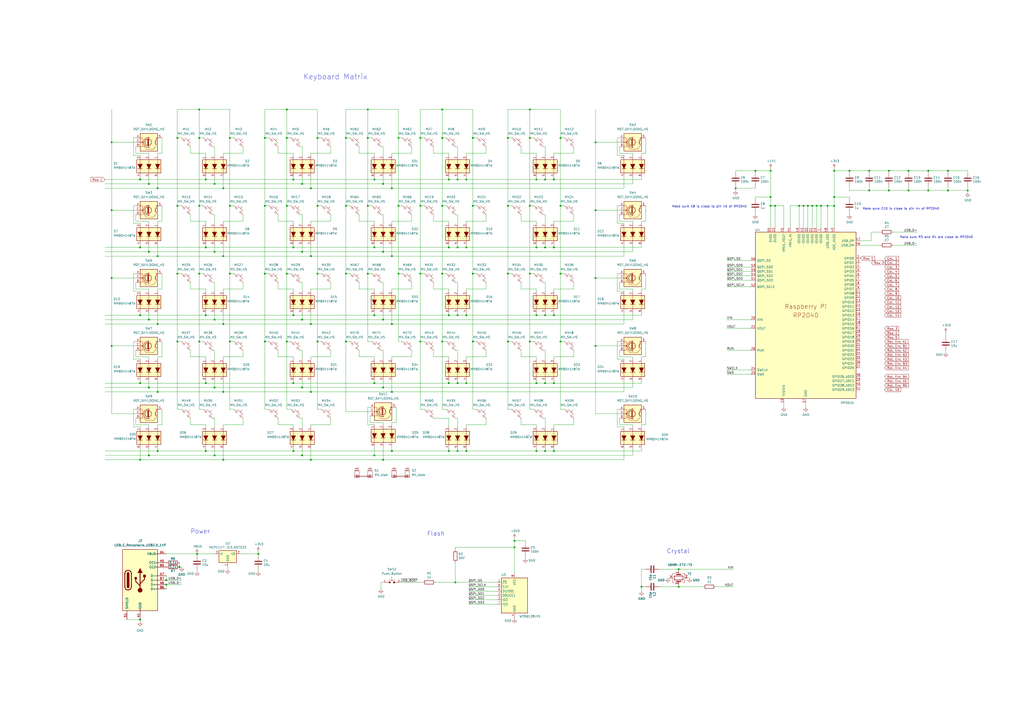
<source format=kicad_sch>
(kicad_sch (version 20231120) (generator "eeschema") (generator_version "8.0")
  (paper "A2")
  (junction (at 217.17 264.16))
  (junction (at 86.36 106.68))
  (junction (at 311.15 182.88))
  (junction (at 166.37 158.75))
  (junction (at 175.26 146.05))
  (junction (at 81.28 359.41))
  (junction (at 256.54 158.75))
  (junction (at 274.32 80.01))
  (junction (at 86.36 224.79))
  (junction (at 476.25 119.38))
  (junction (at 114.3 321.31))
  (junction (at 321.31 143.51))
  (junction (at 294.64 119.38))
  (junction (at 91.44 187.96))
  (junction (at 316.23 143.51))
  (junction (at 81.28 182.88))
  (junction (at 492.76 99.06))
  (junction (at 133.35 80.01))
  (junction (at 175.26 106.68))
  (junction (at 115.57 80.01))
  (junction (at 515.62 110.49))
  (junction (at 449.58 119.38))
  (junction (at 133.35 158.75))
  (junction (at 393.7 340.36))
  (junction (at 549.91 110.49))
  (junction (at 153.67 158.75))
  (junction (at 307.34 198.12))
  (junction (at 129.54 266.7))
  (junction (at 180.34 266.7))
  (junction (at 504.19 99.06))
  (junction (at 119.38 261.62))
  (junction (at 153.67 80.01))
  (junction (at 325.12 158.75))
  (junction (at 227.33 227.33))
  (junction (at 345.44 121.92))
  (junction (at 180.34 148.59))
  (junction (at 170.18 182.88))
  (junction (at 265.43 182.88))
  (junction (at 243.84 119.38))
  (junction (at 115.57 198.12))
  (junction (at 91.44 261.62))
  (junction (at 64.77 161.29))
  (junction (at 325.12 80.01))
  (junction (at 180.34 109.22))
  (junction (at 180.34 187.96))
  (junction (at 270.51 261.62))
  (junction (at 527.05 110.49))
  (junction (at 298.45 313.69))
  (junction (at 504.19 110.49))
  (junction (at 222.25 185.42))
  (junction (at 64.77 121.92))
  (junction (at 345.44 161.29))
  (junction (at 260.35 104.14))
  (junction (at 200.66 119.38))
  (junction (at 124.46 146.05))
  (junction (at 119.38 143.51))
  (junction (at 561.34 110.49))
  (junction (at 483.87 119.38))
  (junction (at 64.77 200.66))
  (junction (at 104.14 328.93))
  (junction (at 311.15 143.51))
  (junction (at 466.09 119.38))
  (junction (at 231.14 119.38))
  (junction (at 316.23 222.25))
  (junction (at 270.51 143.51))
  (junction (at 175.26 224.79))
  (junction (at 170.18 143.51))
  (junction (at 447.04 99.06))
  (junction (at 227.33 187.96))
  (junction (at 124.46 106.68))
  (junction (at 243.84 80.01))
  (junction (at 311.15 261.62))
  (junction (at 260.35 182.88))
  (junction (at 184.15 198.12))
  (junction (at 81.28 266.7))
  (junction (at 200.66 80.01))
  (junction (at 231.14 80.01))
  (junction (at 184.15 80.01))
  (junction (at 170.18 104.14))
  (junction (at 294.64 158.75))
  (junction (at 184.15 119.38))
  (junction (at 298.45 317.5))
  (junction (at 166.37 80.01))
  (junction (at 184.15 158.75))
  (junction (at 153.67 119.38))
  (junction (at 325.12 198.12))
  (junction (at 115.57 63.5))
  (junction (at 447.04 119.38))
  (junction (at 527.05 99.06))
  (junction (at 473.71 119.38))
  (junction (at 213.36 63.5))
  (junction (at 175.26 264.16))
  (junction (at 471.17 119.38))
  (junction (at 393.7 330.2))
  (junction (at 96.52 339.09))
  (junction (at 102.87 158.75))
  (junction (at 213.36 80.01))
  (junction (at 274.32 119.38))
  (junction (at 119.38 104.14))
  (junction (at 270.51 104.14))
  (junction (at 102.87 198.12))
  (junction (at 217.17 143.51))
  (junction (at 321.31 104.14))
  (junction (at 222.25 106.68))
  (junction (at 265.43 143.51))
  (junction (at 311.15 104.14))
  (junction (at 307.34 63.5))
  (junction (at 463.55 119.38))
  (junction (at 274.32 198.12))
  (junction (at 91.44 227.33))
  (junction (at 119.38 222.25))
  (junction (at 426.72 109.22))
  (junction (at 260.35 143.51))
  (junction (at 256.54 80.01))
  (junction (at 86.36 264.16))
  (junction (at 538.48 110.49))
  (junction (at 213.36 158.75))
  (junction (at 124.46 185.42))
  (junction (at 264.16 337.82))
  (junction (at 133.35 119.38))
  (junction (at 316.23 104.14))
  (junction (at 270.51 222.25))
  (junction (at 321.31 182.88))
  (junction (at 227.33 261.62))
  (junction (at 129.54 187.96))
  (junction (at 217.17 182.88))
  (junction (at 438.15 99.06))
  (junction (at 119.38 182.88))
  (junction (at 227.33 109.22))
  (junction (at 86.36 185.42))
  (junction (at 345.44 200.66))
  (junction (at 81.28 104.14))
  (junction (at 294.64 198.12))
  (junction (at 307.34 80.01))
  (junction (at 321.31 222.25))
  (junction (at 180.34 227.33))
  (junction (at 321.31 261.62))
  (junction (at 170.18 222.25))
  (junction (at 316.23 261.62))
  (junction (at 256.54 198.12))
  (junction (at 129.54 227.33))
  (junction (at 307.34 158.75))
  (junction (at 213.36 119.38))
  (junction (at 217.17 222.25))
  (junction (at 81.28 222.25))
  (junction (at 81.28 143.51))
  (junction (at 153.67 198.12))
  (junction (at 102.87 80.01))
  (junction (at 166.37 119.38))
  (junction (at 256.54 119.38))
  (junction (at 124.46 224.79))
  (junction (at 243.84 198.12))
  (junction (at 166.37 63.5))
  (junction (at 222.25 224.79))
  (junction (at 133.35 198.12))
  (junction (at 222.25 146.05))
  (junction (at 91.44 148.59))
  (junction (at 447.04 114.3))
  (junction (at 515.62 99.06))
  (junction (at 468.63 119.38))
  (junction (at 480.06 119.38))
  (junction (at 345.44 82.55))
  (junction (at 227.33 148.59))
  (junction (at 129.54 148.59))
  (junction (at 311.15 222.25))
  (junction (at 231.14 158.75))
  (junction (at 260.35 261.62))
  (junction (at 294.64 80.01))
  (junction (at 372.11 340.36))
  (junction (at 325.12 119.38))
  (junction (at 115.57 119.38))
  (junction (at 274.32 158.75))
  (junction (at 200.66 198.12))
  (junction (at 96.52 336.55))
  (junction (at 265.43 222.25))
  (junction (at 217.17 104.14))
  (junction (at 549.91 99.06))
  (junction (at 260.35 222.25))
  (junction (at 270.51 182.88))
  (junction (at 243.84 158.75))
  (junction (at 86.36 146.05))
  (junction (at 175.26 185.42))
  (junction (at 307.34 119.38))
  (junction (at 316.23 182.88))
  (junction (at 265.43 104.14))
  (junction (at 256.54 63.5))
  (junction (at 483.87 99.06))
  (junction (at 265.43 261.62))
  (junction (at 200.66 158.75))
  (junction (at 538.48 99.06))
  (junction (at 166.37 198.12))
  (junction (at 129.54 109.22))
  (junction (at 170.18 261.62))
  (junction (at 149.86 321.31))
  (junction (at 483.87 114.3))
  (junction (at 102.87 119.38))
  (junction (at 64.77 82.55))
  (junction (at 91.44 109.22))
  (junction (at 222.25 266.7))
  (junction (at 124.46 264.16))
  (junction (at 115.57 158.75))
  (wire (pts (xy 316.23 124.46) (xy 316.23 129.54)))
  (wire (pts (xy 270.51 143.51) (xy 311.15 143.51)))
  (wire (pts (xy 139.7 321.31) (xy 149.86 321.31)))
  (wire (pts (xy 124.46 181.61) (xy 124.46 185.42)))
  (wire (pts (xy 78.74 158.75) (xy 77.47 158.75)))
  (wire (pts (xy 175.26 146.05) (xy 222.25 146.05)))
  (wire (pts (xy 222.25 163.83) (xy 220.98 163.83)))
  (wire (pts (xy 149.86 330.2) (xy 149.86 331.47)))
  (wire (pts (xy 124.46 220.98) (xy 124.46 224.79)))
  (wire (pts (xy 447.04 119.38) (xy 447.04 132.08)))
  (wire (pts (xy 222.25 124.46) (xy 220.98 124.46)))
  (wire (pts (xy 180.34 220.98) (xy 180.34 227.33)))
  (wire (pts (xy 102.87 198.12) (xy 102.87 237.49)))
  (wire (pts (xy 102.87 158.75) (xy 102.87 198.12)))
  (wire (pts (xy 372.11 142.24) (xy 372.11 143.51)))
  (wire (pts (xy 345.44 240.03) (xy 345.44 200.66)))
  (wire (pts (xy 345.44 121.92) (xy 359.41 121.92)))
  (wire (pts (xy 548.64 193.04) (xy 548.64 195.58)))
  (wire (pts (xy 217.17 207.01) (xy 217.17 208.28)))
  (wire (pts (xy 110.49 88.9) (xy 110.49 85.09)))
  (wire (pts (xy 332.74 128.27) (xy 332.74 124.46)))
  (wire (pts (xy 276.86 237.49) (xy 274.32 237.49)))
  (wire (pts (xy 180.34 109.22) (xy 227.33 109.22)))
  (wire (pts (xy 81.28 359.41) (xy 81.28 360.68)))
  (wire (pts (xy 175.26 102.87) (xy 175.26 106.68)))
  (wire (pts (xy 325.12 158.75) (xy 325.12 198.12)))
  (wire (pts (xy 505.46 134.62) (xy 505.46 139.7)))
  (wire (pts (xy 135.89 119.38) (xy 133.35 119.38)))
  (wire (pts (xy 124.46 163.83) (xy 124.46 168.91)))
  (wire (pts (xy 265.43 163.83) (xy 264.16 163.83)))
  (wire (pts (xy 359.41 80.01) (xy 358.14 80.01)))
  (wire (pts (xy 311.15 142.24) (xy 311.15 143.51)))
  (wire (pts (xy 217.17 220.98) (xy 217.17 222.25)))
  (wire (pts (xy 102.87 63.5) (xy 102.87 80.01)))
  (wire (pts (xy 78.74 246.38) (xy 86.36 246.38)))
  (wire (pts (xy 191.77 167.64) (xy 191.77 163.83)))
  (wire (pts (xy 60.96 187.96) (xy 91.44 187.96)))
  (wire (pts (xy 140.97 128.27) (xy 129.54 128.27)))
  (wire (pts (xy 270.51 246.38) (xy 270.51 247.65)))
  (wire (pts (xy 504.19 100.33) (xy 504.19 99.06)))
  (wire (pts (xy 294.64 119.38) (xy 294.64 158.75)))
  (wire (pts (xy 191.77 88.9) (xy 180.34 88.9)))
  (wire (pts (xy 316.23 163.83) (xy 314.96 163.83)))
  (wire (pts (xy 227.33 109.22) (xy 361.95 109.22)))
  (wire (pts (xy 93.98 128.27) (xy 91.44 128.27)))
  (wire (pts (xy 372.11 330.2) (xy 372.11 340.36)))
  (wire (pts (xy 238.76 167.64) (xy 238.76 163.83)))
  (wire (pts (xy 515.62 110.49) (xy 504.19 110.49)))
  (wire (pts (xy 200.66 63.5) (xy 200.66 80.01)))
  (wire (pts (xy 91.44 167.64) (xy 91.44 168.91)))
  (wire (pts (xy 358.14 158.75) (xy 358.14 168.91)))
  (wire (pts (xy 421.64 162.56) (xy 435.61 162.56)))
  (wire (pts (xy 180.34 167.64) (xy 180.34 168.91)))
  (wire (pts (xy 276.86 198.12) (xy 274.32 198.12)))
  (wire (pts (xy 538.48 110.49) (xy 527.05 110.49)))
  (wire (pts (xy 60.96 109.22) (xy 91.44 109.22)))
  (wire (pts (xy 161.29 207.01) (xy 170.18 207.01)))
  (wire (pts (xy 468.63 132.08) (xy 468.63 119.38)))
  (wire (pts (xy 372.11 102.87) (xy 372.11 104.14)))
  (wire (pts (xy 302.26 207.01) (xy 311.15 207.01)))
  (wire (pts (xy 119.38 102.87) (xy 119.38 104.14)))
  (wire (pts (xy 264.16 326.39) (xy 264.16 337.82)))
  (wire (pts (xy 186.69 158.75) (xy 184.15 158.75)))
  (wire (pts (xy 270.51 142.24) (xy 270.51 143.51)))
  (wire (pts (xy 265.43 203.2) (xy 265.43 208.28)))
  (wire (pts (xy 492.76 115.57) (xy 492.76 114.3)))
  (wire (pts (xy 93.98 158.75) (xy 93.98 167.64)))
  (wire (pts (xy 222.25 142.24) (xy 222.25 146.05)))
  (wire (pts (xy 180.34 187.96) (xy 227.33 187.96)))
  (wire (pts (xy 170.18 261.62) (xy 227.33 261.62)))
  (wire (pts (xy 367.03 224.79) (xy 367.03 220.98)))
  (wire (pts (xy 96.52 321.31) (xy 114.3 321.31)))
  (wire (pts (xy 213.36 158.75) (xy 215.9 158.75)))
  (wire (pts (xy 217.17 264.16) (xy 367.03 264.16)))
  (wire (pts (xy 208.28 207.01) (xy 217.17 207.01)))
  (wire (pts (xy 115.57 63.5) (xy 133.35 63.5)))
  (wire (pts (xy 265.43 85.09) (xy 265.43 90.17)))
  (wire (pts (xy 374.65 158.75) (xy 374.65 167.64)))
  (wire (pts (xy 302.26 246.38) (xy 311.15 246.38)))
  (wire (pts (xy 78.74 80.01) (xy 77.47 80.01)))
  (wire (pts (xy 180.34 266.7) (xy 222.25 266.7)))
  (wire (pts (xy 161.29 128.27) (xy 170.18 128.27)))
  (wire (pts (xy 191.77 167.64) (xy 180.34 167.64)))
  (wire (pts (xy 93.98 246.38) (xy 91.44 246.38)))
  (wire (pts (xy 133.35 80.01) (xy 133.35 63.5)))
  (wire (pts (xy 483.87 99.06) (xy 483.87 114.3)))
  (wire (pts (xy 302.26 167.64) (xy 302.26 163.83)))
  (wire (pts (xy 316.23 222.25) (xy 321.31 222.25)))
  (wire (pts (xy 359.41 203.2) (xy 359.41 207.01)))
  (wire (pts (xy 243.84 80.01) (xy 243.84 119.38)))
  (wire (pts (xy 93.98 80.01) (xy 93.98 88.9)))
  (wire (pts (xy 447.04 97.79) (xy 447.04 99.06)))
  (wire (pts (xy 483.87 99.06) (xy 492.76 99.06)))
  (wire (pts (xy 302.26 128.27) (xy 302.26 124.46)))
  (wire (pts (xy 435.61 151.13) (xy 421.64 151.13)))
  (wire (pts (xy 91.44 109.22) (xy 129.54 109.22)))
  (wire (pts (xy 238.76 88.9) (xy 238.76 85.09)))
  (wire (pts (xy 372.11 167.64) (xy 372.11 168.91)))
  (wire (pts (xy 170.18 128.27) (xy 170.18 129.54)))
  (wire (pts (xy 316.23 143.51) (xy 321.31 143.51)))
  (wire (pts (xy 415.29 340.36) (xy 425.45 340.36)))
  (wire (pts (xy 270.51 181.61) (xy 270.51 182.88)))
  (wire (pts (xy 78.74 163.83) (xy 78.74 167.64)))
  (wire (pts (xy 307.34 158.75) (xy 307.34 198.12)))
  (wire (pts (xy 200.66 119.38) (xy 200.66 158.75)))
  (wire (pts (xy 180.34 88.9) (xy 180.34 90.17)))
  (wire (pts (xy 466.09 132.08) (xy 466.09 119.38)))
  (wire (pts (xy 327.66 198.12) (xy 325.12 198.12)))
  (wire (pts (xy 243.84 198.12) (xy 246.38 198.12)))
  (wire (pts (xy 186.69 80.01) (xy 184.15 80.01)))
  (wire (pts (xy 132.08 328.93) (xy 132.08 330.2)))
  (wire (pts (xy 561.34 107.95) (xy 561.34 110.49)))
  (wire (pts (xy 78.74 88.9) (xy 86.36 88.9)))
  (wire (pts (xy 358.14 237.49) (xy 358.14 247.65)))
  (wire (pts (xy 473.71 119.38) (xy 476.25 119.38)))
  (wire (pts (xy 281.94 128.27) (xy 281.94 124.46)))
  (wire (pts (xy 213.36 80.01) (xy 213.36 119.38)))
  (wire (pts (xy 78.74 203.2) (xy 78.74 207.01)))
  (wire (pts (xy 124.46 203.2) (xy 124.46 208.28)))
  (wire (pts (xy 102.87 119.38) (xy 105.41 119.38)))
  (wire (pts (xy 435.61 203.2) (xy 421.64 203.2)))
  (wire (pts (xy 426.72 109.22) (xy 426.72 110.49)))
  (wire (pts (xy 316.23 85.09) (xy 316.23 90.17)))
  (wire (pts (xy 374.65 119.38) (xy 374.65 128.27)))
  (wire (pts (xy 175.26 260.35) (xy 175.26 264.16)))
  (wire (pts (xy 307.34 80.01) (xy 309.88 80.01)))
  (wire (pts (xy 426.72 100.33) (xy 426.72 99.06)))
  (wire (pts (xy 321.31 182.88) (xy 372.11 182.88)))
  (wire (pts (xy 274.32 80.01) (xy 274.32 119.38)))
  (wire (pts (xy 438.15 123.19) (xy 438.15 124.46)))
  (wire (pts (xy 480.06 132.08) (xy 480.06 119.38)))
  (wire (pts (xy 374.65 246.38) (xy 372.11 246.38)))
  (wire (pts (xy 213.36 158.75) (xy 213.36 198.12)))
  (wire (pts (xy 213.36 246.38) (xy 217.17 246.38)))
  (wire (pts (xy 476.25 119.38) (xy 480.06 119.38)))
  (wire (pts (xy 200.66 198.12) (xy 200.66 238.76)))
  (wire (pts (xy 316.23 124.46) (xy 314.96 124.46)))
  (wire (pts (xy 302.26 246.38) (xy 302.26 242.57)))
  (wire (pts (xy 264.16 317.5) (xy 298.45 317.5)))
  (wire (pts (xy 60.96 227.33) (xy 91.44 227.33)))
  (wire (pts (xy 227.33 261.62) (xy 260.35 261.62)))
  (wire (pts (xy 93.98 167.64) (xy 91.44 167.64)))
  (wire (pts (xy 281.94 167.64) (xy 281.94 163.83)))
  (wire (pts (xy 274.32 158.75) (xy 274.32 198.12)))
  (wire (pts (xy 518.16 134.62) (xy 532.13 134.62)))
  (wire (pts (xy 213.36 80.01) (xy 215.9 80.01)))
  (wire (pts (xy 316.23 242.57) (xy 316.23 247.65)))
  (wire (pts (xy 222.25 220.98) (xy 222.25 224.79)))
  (wire (pts (xy 175.26 242.57) (xy 175.26 247.65)))
  (wire (pts (xy 302.26 167.64) (xy 311.15 167.64)))
  (wire (pts (xy 316.23 182.88) (xy 321.31 182.88)))
  (wire (pts (xy 124.46 102.87) (xy 124.46 106.68)))
  (wire (pts (xy 321.31 246.38) (xy 321.31 247.65)))
  (wire (pts (xy 260.35 167.64) (xy 260.35 168.91)))
  (wire (pts (xy 64.77 200.66) (xy 78.74 200.66)))
  (wire (pts (xy 129.54 88.9) (xy 129.54 90.17)))
  (wire (pts (xy 359.41 198.12) (xy 358.14 198.12)))
  (wire (pts (xy 294.64 63.5) (xy 294.64 80.01)))
  (wire (pts (xy 91.44 220.98) (xy 91.44 227.33)))
  (wire (pts (xy 325.12 63.5) (xy 325.12 80.01)))
  (wire (pts (xy 91.44 260.35) (xy 91.44 261.62)))
  (wire (pts (xy 238.76 207.01) (xy 227.33 207.01)))
  (wire (pts (xy 91.44 246.38) (xy 91.44 247.65)))
  (wire (pts (xy 438.15 109.22) (xy 438.15 107.95)))
  (wire (pts (xy 504.19 110.49) (xy 492.76 110.49)))
  (wire (pts (xy 129.54 260.35) (xy 129.54 266.7)))
  (wire (pts (xy 316.23 102.87) (xy 316.23 104.14)))
  (wire (pts (xy 124.46 224.79) (xy 175.26 224.79)))
  (wire (pts (xy 359.41 167.64) (xy 367.03 167.64)))
  (wire (pts (xy 129.54 181.61) (xy 129.54 187.96)))
  (wire (pts (xy 60.96 261.62) (xy 91.44 261.62)))
  (wire (pts (xy 421.64 185.42) (xy 435.61 185.42)))
  (wire (pts (xy 316.23 260.35) (xy 316.23 261.62)))
  (wire (pts (xy 311.15 260.35) (xy 311.15 261.62)))
  (wire (pts (xy 129.54 142.24) (xy 129.54 148.59)))
  (wire (pts (xy 302.26 88.9) (xy 302.26 85.09)))
  (wire (pts (xy 321.31 167.64) (xy 321.31 168.91)))
  (wire (pts (xy 110.49 246.38) (xy 119.38 246.38)))
  (wire (pts (xy 549.91 110.49) (xy 561.34 110.49)))
  (wire (pts (xy 191.77 128.27) (xy 180.34 128.27)))
  (wire (pts (xy 77.47 158.75) (xy 77.47 168.91)))
  (wire (pts (xy 393.7 339.09) (xy 393.7 340.36)))
  (wire (pts (xy 243.84 80.01) (xy 246.38 80.01)))
  (wire (pts (xy 222.25 337.82) (xy 220.98 337.82)))
  (wire (pts (xy 175.26 142.24) (xy 175.26 146.05)))
  (wire (pts (xy 229.87 236.22) (xy 229.87 245.11)))
  (wire (pts (xy 153.67 63.5) (xy 153.67 80.01)))
  (wire (pts (xy 233.68 198.12) (xy 231.14 198.12)))
  (wire (pts (xy 307.34 119.38) (xy 309.88 119.38)))
  (wire (pts (xy 86.36 207.01) (xy 86.36 208.28)))
  (wire (pts (xy 251.46 128.27) (xy 260.35 128.27)))
  (wire (pts (xy 78.74 119.38) (xy 77.47 119.38)))
  (wire (pts (xy 133.35 198.12) (xy 133.35 237.49)))
  (wire (pts (xy 307.34 80.01) (xy 307.34 119.38)))
  (wire (pts (xy 294.64 158.75) (xy 297.18 158.75)))
  (wire (pts (xy 129.54 207.01) (xy 129.54 208.28)))
  (wire (pts (xy 96.52 334.01) (xy 96.52 336.55)))
  (wire (pts (xy 124.46 106.68) (xy 175.26 106.68)))
  (wire (pts (xy 81.28 222.25) (xy 119.38 222.25)))
  (wire (pts (xy 78.74 242.57) (xy 78.74 246.38)))
  (wire (pts (xy 327.66 119.38) (xy 325.12 119.38)))
  (wire (pts (xy 153.67 158.75) (xy 153.67 198.12)))
  (wire (pts (xy 251.46 242.57) (xy 260.35 242.57)))
  (wire (pts (xy 527.05 107.95) (xy 527.05 110.49)))
  (wire (pts (xy 270.51 104.14) (xy 311.15 104.14)))
  (wire (pts (xy 153.67 119.38) (xy 153.67 158.75)))
  (wire (pts (xy 77.47 208.28) (xy 81.28 208.28)))
  (wire (pts (xy 129.54 167.64) (xy 129.54 168.91)))
  (wire (pts (xy 170.18 207.01) (xy 170.18 208.28)))
  (wire (pts (xy 217.17 104.14) (xy 260.35 104.14)))
  (wire (pts (xy 135.89 158.75) (xy 133.35 158.75)))
  (wire (pts (xy 332.74 88.9) (xy 321.31 88.9)))
  (wire (pts (xy 245.11 337.82) (xy 232.41 337.82)))
  (wire (pts (xy 483.87 119.38) (xy 483.87 132.08)))
  (wire (pts (xy 115.57 237.49) (xy 118.11 237.49)))
  (wire (pts (xy 222.25 163.83) (xy 222.25 168.91)))
  (wire (pts (xy 471.17 132.08) (xy 471.17 119.38)))
  (wire (pts (xy 81.28 260.35) (xy 81.28 266.7)))
  (wire (pts (xy 78.74 207.01) (xy 86.36 207.01)))
  (wire (pts (xy 64.77 240.03) (xy 78.74 240.03)))
  (wire (pts (xy 208.28 88.9) (xy 208.28 85.09)))
  (wire (pts (xy 60.96 182.88) (xy 81.28 182.88)))
  (wire (pts (xy 217.17 143.51) (xy 260.35 143.51)))
  (wire (pts (xy 307.34 198.12) (xy 309.88 198.12)))
  (wire (pts (xy 135.89 198.12) (xy 133.35 198.12)))
  (wire (pts (xy 208.28 88.9) (xy 217.17 88.9)))
  (wire (pts (xy 186.69 237.49) (xy 184.15 237.49)))
  (wire (pts (xy 265.43 181.61) (xy 265.43 182.88)))
  (wire (pts (xy 238.76 128.27) (xy 227.33 128.27)))
  (wire (pts (xy 170.18 181.61) (xy 170.18 182.88)))
  (wire (pts (xy 191.77 246.38) (xy 180.34 246.38)))
  (wire (pts (xy 153.67 80.01) (xy 153.67 119.38)))
  (wire (pts (xy 166.37 119.38) (xy 166.37 158.75)))
  (wire (pts (xy 64.77 82.55) (xy 78.74 82.55)))
  (wire (pts (xy 332.74 207.01) (xy 321.31 207.01)))
  (wire (pts (xy 302.26 128.27) (xy 311.15 128.27)))
  (wire (pts (xy 549.91 100.33) (xy 549.91 99.06)))
  (wire (pts (xy 227.33 102.87) (xy 227.33 109.22)))
  (wire (pts (xy 86.36 185.42) (xy 124.46 185.42)))
  (wire (pts (xy 170.18 220.98) (xy 170.18 222.25)))
  (wire (pts (xy 175.26 181.61) (xy 175.26 185.42)))
  (wire (pts (xy 91.44 148.59) (xy 129.54 148.59)))
  (wire (pts (xy 321.31 102.87) (xy 321.31 104.14)))
  (wire (pts (xy 227.33 167.64) (xy 227.33 168.91)))
  (wire (pts (xy 447.04 99.06) (xy 447.04 114.3)))
  (wire (pts (xy 129.54 148.59) (xy 180.34 148.59)))
  (wire (pts (xy 208.28 128.27) (xy 217.17 128.27)))
  (wire (pts (xy 454.66 119.38) (xy 449.58 119.38)))
  (wire (pts (xy 345.44 82.55) (xy 359.41 82.55)))
  (wire (pts (xy 307.34 63.5) (xy 325.12 63.5)))
  (wire (pts (xy 345.44 200.66) (xy 345.44 161.29)))
  (wire (pts (xy 374.65 330.2) (xy 372.11 330.2)))
  (wire (pts (xy 325.12 198.12) (xy 325.12 237.49)))
  (wire (pts (xy 311.15 104.14) (xy 316.23 104.14)))
  (wire (pts (xy 129.54 187.96) (xy 180.34 187.96)))
  (wire (pts (xy 200.66 119.38) (xy 203.2 119.38)))
  (wire (pts (xy 361.95 181.61) (xy 361.95 187.96)))
  (wire (pts (xy 227.33 88.9) (xy 227.33 90.17)))
  (wire (pts (xy 260.35 242.57) (xy 260.35 247.65)))
  (wire (pts (xy 304.8 322.58) (xy 304.8 323.85)))
  (wire (pts (xy 311.15 207.01) (xy 311.15 208.28)))
  (wire (pts (xy 161.29 167.64) (xy 170.18 167.64)))
  (wire (pts (xy 180.34 128.27) (xy 180.34 129.54)))
  (wire (pts (xy 294.64 198.12) (xy 294.64 237.49)))
  (wire (pts (xy 311.15 167.64) (xy 311.15 168.91)))
  (wire (pts (xy 115.57 80.01) (xy 118.11 80.01)))
  (wire (pts (xy 129.54 102.87) (xy 129.54 109.22)))
  (wire (pts (xy 78.74 128.27) (xy 86.36 128.27)))
  (wire (pts (xy 208.28 167.64) (xy 217.17 167.64)))
  (wire (pts (xy 281.94 207.01) (xy 270.51 207.01)))
  (wire (pts (xy 243.84 158.75) (xy 246.38 158.75)))
  (wire (pts (xy 256.54 158.75) (xy 259.08 158.75)))
  (wire (pts (xy 213.36 63.5) (xy 213.36 80.01)))
  (wire (pts (xy 217.17 222.25) (xy 260.35 222.25)))
  (wire (pts (xy 115.57 198.12) (xy 118.11 198.12)))
  (wire (pts (xy 332.74 88.9) (xy 332.74 85.09)))
  (wire (pts (xy 149.86 321.31) (xy 149.86 320.04)))
  (wire (pts (xy 175.26 163.83) (xy 173.99 163.83)))
  (wire (pts (xy 110.49 128.27) (xy 110.49 124.46)))
  (wire (pts (xy 492.76 123.19) (xy 492.76 124.46)))
  (wire (pts (xy 256.54 80.01) (xy 259.08 80.01)))
  (wire (pts (xy 332.74 167.64) (xy 321.31 167.64)))
  (wire (pts (xy 281.94 207.01) (xy 281.94 203.2)))
  (wire (pts (xy 140.97 167.64) (xy 140.97 163.83)))
  (wire (pts (xy 222.25 245.11) (xy 222.25 246.38)))
  (wire (pts (xy 468.63 119.38) (xy 471.17 119.38)))
  (wire (pts (xy 227.33 220.98) (xy 227.33 227.33)))
  (wire (pts (xy 372.11 88.9) (xy 372.11 90.17)))
  (wire (pts (xy 321.31 222.25) (xy 372.11 222.25)))
  (wire (pts (xy 499.11 142.24) (xy 510.54 142.24)))
  (wire (pts (xy 382.27 330.2) (xy 393.7 330.2)))
  (wire (pts (xy 91.44 142.24) (xy 91.44 148.59)))
  (wire (pts (xy 175.26 242.57) (xy 173.99 242.57)))
  (wire (pts (xy 466.09 119.38) (xy 468.63 119.38)))
  (wire (pts (xy 191.77 207.01) (xy 191.77 203.2)))
  (wire (pts (xy 327.66 80.01) (xy 325.12 80.01)))
  (wire (pts (xy 161.29 207.01) (xy 161.29 203.2)))
  (wire (pts (xy 316.23 203.2) (xy 316.23 208.28)))
  (wire (pts (xy 294.64 119.38) (xy 297.18 119.38)))
  (wire (pts (xy 227.33 187.96) (xy 361.95 187.96)))
  (wire (pts (xy 184.15 63.5) (xy 184.15 80.01)))
  (wire (pts (xy 119.38 143.51) (xy 170.18 143.51)))
  (wire (pts (xy 316.23 261.62) (xy 321.31 261.62)))
  (wire (pts (xy 81.28 143.51) (xy 119.38 143.51)))
  (wire (pts (xy 345.44 161.29) (xy 345.44 121.92)))
  (wire (pts (xy 60.96 266.7) (xy 81.28 266.7)))
  (wire (pts (xy 86.36 128.27) (xy 86.36 129.54)))
  (wire (pts (xy 86.36 142.24) (xy 86.36 146.05)))
  (wire (pts (xy 102.87 119.38) (xy 102.87 158.75)))
  (wire (pts (xy 243.84 63.5) (xy 256.54 63.5)))
  (wire (pts (xy 91.44 102.87) (xy 91.44 109.22)))
  (wire (pts (xy 114.3 330.2) (xy 114.3 331.47)))
  (wire (pts (xy 398.78 335.28) (xy 400.05 335.28)))
  (wire (pts (xy 220.98 337.82) (xy 220.98 341.63)))
  (wire (pts (xy 372.11 128.27) (xy 372.11 129.54)))
  (wire (pts (xy 264.16 337.82) (xy 288.29 337.82)))
  (wire (pts (xy 214.63 245.11) (xy 222.25 245.11)))
  (wire (pts (xy 302.26 207.01) (xy 302.26 203.2)))
  (wire (pts (xy 217.17 259.08) (xy 217.17 264.16)))
  (wire (pts (xy 170.18 246.38) (xy 170.18 247.65)))
  (wire (pts (xy 175.26 203.2) (xy 173.99 203.2)))
  (wire (pts (xy 200.66 158.75) (xy 200.66 198.12)))
  (wire (pts (xy 294.64 80.01) (xy 297.18 80.01)))
  (wire (pts (xy 361.95 148.59) (xy 361.95 142.24)))
  (wire (pts (xy 114.3 322.58) (xy 114.3 321.31)))
  (wire (pts (xy 119.38 104.14) (xy 170.18 104.14)))
  (wire (pts (xy 124.46 85.09) (xy 124.46 90.17)))
  (wire (pts (xy 102.87 198.12) (xy 105.41 198.12)))
  (wire (pts (xy 102.87 237.49) (xy 105.41 237.49)))
  (wire (pts (xy 251.46 167.64) (xy 251.46 163.83)))
  (wire (pts (xy 426.72 99.06) (xy 438.15 99.06)))
  (wire (pts (xy 374.65 128.27) (xy 372.11 128.27)))
  (wire (pts (xy 91.44 187.96) (xy 129.54 187.96)))
  (wire (pts (xy 260.35 222.25) (xy 265.43 222.25)))
  (wire (pts (xy 78.74 124.46) (xy 78.74 128.27)))
  (wire (pts (xy 91.44 128.27) (xy 91.44 129.54)))
  (wire (pts (xy 274.32 119.38) (xy 274.32 158.75)))
  (wire (pts (xy 110.49 246.38) (xy 110.49 242.57)))
  (wire (pts (xy 175.26 264.16) (xy 217.17 264.16)))
  (wire (pts (xy 227.33 142.24) (xy 227.33 148.59)))
  (wire (pts (xy 129.54 266.7) (xy 180.34 266.7)))
  (wire (pts (xy 77.47 90.17) (xy 81.28 90.17)))
  (wire (pts (xy 124.46 163.83) (xy 123.19 163.83)))
  (wire (pts (xy 321.31 104.14) (xy 372.11 104.14)))
  (wire (pts (xy 81.28 266.7) (xy 129.54 266.7)))
  (wire (pts (xy 166.37 119.38) (xy 168.91 119.38)))
  (wire (pts (xy 345.44 200.66) (xy 359.41 200.66)))
  (wire (pts (xy 260.35 220.98) (xy 260.35 222.25)))
  (wire (pts (xy 170.18 88.9) (xy 170.18 90.17)))
  (wire (pts (xy 110.49 167.64) (xy 110.49 163.83)))
  (wire (pts (xy 64.77 82.55) (xy 64.77 121.92)))
  (wire (pts (xy 251.46 88.9) (xy 260.35 88.9)))
  (wire (pts (xy 124.46 124.46) (xy 124.46 129.54)))
  (wire (pts (xy 175.26 185.42) (xy 222.25 185.42)))
  (wire (pts (xy 421.64 160.02) (xy 435.61 160.02)))
  (wire (pts (xy 265.43 182.88) (xy 270.51 182.88)))
  (wire (pts (xy 454.66 132.08) (xy 454.66 119.38)))
  (wire (pts (xy 374.65 340.36) (xy 372.11 340.36)))
  (wire (pts (xy 78.74 85.09) (xy 78.74 88.9)))
  (wire (pts (xy 548.64 203.2) (xy 548.64 204.47)))
  (wire (pts (xy 60.96 264.16) (xy 86.36 264.16)))
  (wire (pts (xy 222.25 259.08) (xy 222.25 266.7)))
  (wire (pts (xy 170.18 102.87) (xy 170.18 104.14)))
  (wire (pts (xy 110.49 128.27) (xy 119.38 128.27)))
  (wire (pts (xy 73.66 359.41) (xy 81.28 359.41)))
  (wire (pts (xy 265.43 242.57) (xy 265.43 247.65)))
  (wire (pts (xy 358.14 198.12) (xy 358.14 208.28)))
  (wire (pts (xy 129.54 220.98) (xy 129.54 227.33)))
  (wire (pts (xy 78.74 167.64) (xy 86.36 167.64)))
  (wire (pts (xy 153.67 158.75) (xy 156.21 158.75)))
  (wire (pts (xy 265.43 143.51) (xy 270.51 143.51)))
  (wire (pts (xy 260.35 142.24) (xy 260.35 143.51)))
  (wire (pts (xy 374.65 198.12) (xy 374.65 207.01)))
  (wire (pts (xy 60.96 222.25) (xy 81.28 222.25)))
  (wire (pts (xy 374.65 237.49) (xy 374.65 246.38)))
  (wire (pts (xy 166.37 198.12) (xy 166.37 237.49)))
  (wire (pts (xy 86.36 264.16) (xy 124.46 264.16)))
  (wire (pts (xy 231.14 158.75) (xy 231.14 198.12)))
  (wire (pts (xy 77.47 237.49) (xy 77.47 247.65)))
  (wire (pts (xy 191.77 246.38) (xy 191.77 242.57)))
  (wire (pts (xy 327.66 237.49) (xy 325.12 237.49)))
  (wire (pts (xy 256.54 198.12) (xy 256.54 237.49)))
  (wire (pts (xy 260.35 104.14) (xy 265.43 104.14)))
  (wire (pts (xy 119.38 220.98) (xy 119.38 222.25)))
  (wire (pts (xy 438.15 100.33) (xy 438.15 99.06)))
  (wire (pts (xy 208.28 167.64) (xy 208.28 163.83)))
  (wire (pts (xy 527.05 110.49) (xy 515.62 110.49)))
  (wire (pts (xy 274.32 63.5) (xy 274.32 80.01)))
  (wire (pts (xy 175.26 85.09) (xy 175.26 90.17)))
  (wire (pts (xy 426.72 109.22) (xy 438.15 109.22)))
  (wire (pts (xy 175.26 85.09) (xy 173.99 85.09)))
  (wire (pts (xy 321.31 128.27) (xy 321.31 129.54)))
  (wire (pts (xy 435.61 214.63) (xy 421.64 214.63)))
  (wire (pts (xy 256.54 158.75) (xy 256.54 198.12)))
  (wire (pts (xy 359.41 163.83) (xy 359.41 167.64)))
  (wire (pts (xy 77.47 198.12) (xy 77.47 208.28)))
  (wire (pts (xy 129.54 227.33) (xy 180.34 227.33)))
  (wire (pts (xy 265.43 124.46) (xy 264.16 124.46)))
  (wire (pts (xy 77.47 119.38) (xy 77.47 129.54)))
  (wire (pts (xy 276.86 80.01) (xy 274.32 80.01)))
  (wire (pts (xy 161.29 88.9) (xy 170.18 88.9)))
  (wire (pts (xy 115.57 198.12) (xy 115.57 237.49)))
  (wire (pts (xy 166.37 198.12) (xy 168.91 198.12)))
  (wire (pts (xy 119.38 128.27) (xy 119.38 129.54)))
  (wire (pts (xy 166.37 237.49) (xy 168.91 237.49)))
  (wire (pts (xy 175.26 106.68) (xy 222.25 106.68)))
  (wire (pts (xy 93.98 198.12) (xy 93.98 207.01)))
  (wire (pts (xy 86.36 220.98) (xy 86.36 224.79)))
  (wire (pts (xy 93.98 88.9) (xy 91.44 88.9)))
  (wire (pts (xy 60.96 185.42) (xy 86.36 185.42)))
  (wire (pts (xy 243.84 158.75) (xy 243.84 198.12)))
  (wire (pts (xy 435.61 166.37) (xy 421.64 166.37)))
  (wire (pts (xy 265.43 102.87) (xy 265.43 104.14)))
  (wire (pts (xy 153.67 80.01) (xy 156.21 80.01)))
  (wire (pts (xy 238.76 207.01) (xy 238.76 203.2)))
  (wire (pts (xy 276.86 158.75) (xy 274.32 158.75)))
  (wire (pts (xy 217.17 128.27) (xy 217.17 129.54)))
  (wire (pts (xy 270.51 102.87) (xy 270.51 104.14)))
  (wire (pts (xy 270.51 261.62) (xy 311.15 261.62)))
  (wire (pts (xy 270.51 167.64) (xy 270.51 168.91)))
  (wire (pts (xy 256.54 63.5) (xy 274.32 63.5)))
  (wire (pts (xy 359.41 119.38) (xy 358.14 119.38)))
  (wire (pts (xy 372.11 260.35) (xy 372.11 261.62)))
  (wire (pts (xy 499.11 139.7) (xy 505.46 139.7)))
  (wire (pts (xy 124.46 242.57) (xy 124.46 247.65)))
  (wire (pts (xy 311.15 222.25) (xy 316.23 222.25)))
  (wire (pts (xy 298.45 312.42) (xy 298.45 313.69)))
  (wire (pts (xy 227.33 181.61) (xy 227.33 187.96)))
  (wire (pts (xy 265.43 261.62) (xy 270.51 261.62)))
  (wire (pts (xy 374.65 207.01) (xy 372.11 207.01)))
  (wire (pts (xy 233.68 158.75) (xy 231.14 158.75)))
  (wire (pts (xy 213.36 198.12) (xy 215.9 198.12)))
  (wire (pts (xy 140.97 128.27) (xy 140.97 124.46)))
  (wire (pts (xy 91.44 181.61) (xy 91.44 187.96)))
  (wire (pts (xy 161.29 246.38) (xy 161.29 242.57)))
  (wire (pts (xy 463.55 119.38) (xy 466.09 119.38)))
  (wire (pts (xy 60.96 224.79) (xy 86.36 224.79)))
  (wire (pts (xy 265.43 222.25) (xy 270.51 222.25)))
  (wire (pts (xy 208.28 128.27) (xy 208.28 124.46)))
  (wire (pts (xy 140.97 167.64) (xy 129.54 167.64)))
  (wire (pts (xy 359.41 237.49) (xy 358.14 237.49)))
  (wire (pts (xy 359.41 242.57) (xy 359.41 246.38)))
  (wire (pts (xy 222.25 224.79) (xy 367.03 224.79)))
  (wire (pts (xy 518.16 142.24) (xy 532.13 142.24)))
  (wire (pts (xy 119.38 207.01) (xy 119.38 208.28)))
  (wire (pts (xy 311.15 181.61) (xy 311.15 182.88)))
  (wire (pts (xy 60.96 106.68) (xy 86.36 106.68)))
  (wire (pts (xy 93.98 237.49) (xy 93.98 246.38)))
  (wire (pts (xy 231.14 119.38) (xy 231.14 158.75)))
  (wire (pts (xy 316.23 220.98) (xy 316.23 222.25)))
  (wire (pts (xy 184.15 80.01) (xy 184.15 119.38)))
  (wire (pts (xy 64.77 161.29) (xy 78.74 161.29)))
  (wire (pts (xy 260.35 207.01) (xy 260.35 208.28)))
  (wire (pts (xy 175.26 224.79) (xy 222.25 224.79)))
  (wire (pts (xy 222.25 203.2) (xy 220.98 203.2)))
  (wire (pts (xy 270.51 88.9) (xy 270.51 90.17)))
  (wire (pts (xy 233.68 80.01) (xy 231.14 80.01)))
  (wire (pts (xy 345.44 121.92) (xy 345.44 82.55)))
  (wire (pts (xy 372.11 207.01) (xy 372.11 208.28)))
  (wire (pts (xy 222.25 203.2) (xy 222.25 208.28)))
  (wire (pts (xy 538.48 99.06) (xy 549.91 99.06)))
  (wire (pts (xy 77.47 129.54) (xy 81.28 129.54)))
  (wire (pts (xy 86.36 181.61) (xy 86.36 185.42)))
  (wire (pts (xy 77.47 80.01) (xy 77.47 90.17)))
  (wire (pts (xy 119.38 261.62) (xy 170.18 261.62)))
  (wire (pts (xy 227.33 227.33) (xy 361.95 227.33)))
  (wire (pts (xy 222.25 106.68) (xy 367.03 106.68)))
  (wire (pts (xy 251.46 167.64) (xy 260.35 167.64)))
  (wire (pts (xy 270.51 182.88) (xy 311.15 182.88)))
  (wire (pts (xy 311.15 102.87) (xy 311.15 104.14)))
  (wire (pts (xy 298.45 358.775) (xy 298.45 358.14)))
  (wire (pts (xy 119.38 182.88) (xy 170.18 182.88)))
  (wire (pts (xy 321.31 261.62) (xy 372.11 261.62)))
  (wire (pts (xy 96.52 339.09) (xy 96.52 341.63)))
  (wire (pts (xy 538.48 100.33) (xy 538.48 99.06)))
  (wire (pts (xy 243.84 119.38) (xy 243.84 158.75)))
  (wire (pts (xy 217.17 182.88) (xy 260.35 182.88)))
  (wire (pts (xy 124.46 85.09) (xy 123.19 85.09)))
  (wire (pts (xy 243.84 198.12) (xy 243.84 237.49)))
  (wire (pts (xy 86.36 88.9) (xy 86.36 90.17)))
  (wire (pts (xy 140.97 88.9) (xy 129.54 88.9)))
  (wire (pts (xy 243.84 119.38) (xy 246.38 119.38)))
  (wire (pts (xy 110.49 167.64) (xy 119.38 167.64)))
  (wire (pts (xy 175.26 163.83) (xy 175.26 168.91)))
  (wire (pts (xy 161.29 88.9) (xy 161.29 85.09)))
  (wire (pts (xy 86.36 106.68) (xy 124.46 106.68)))
  (wire (pts (xy 166.37 80.01) (xy 168.91 80.01)))
  (wire (pts (xy 294.64 80.01) (xy 294.64 119.38)))
  (wire (pts (xy 105.41 328.93) (xy 104.14 328.93)))
  (wire (pts (xy 91.44 261.62) (xy 119.38 261.62)))
  (wire (pts (xy 538.48 107.95) (xy 538.48 110.49)))
  (wire (pts (xy 359.41 158.75) (xy 358.14 158.75)))
  (wire (pts (xy 276.86 119.38) (xy 274.32 119.38)))
  (wire (pts (xy 102.87 80.01) (xy 105.41 80.01)))
  (wire (pts (xy 231.14 63.5) (xy 231.14 80.01)))
  (wire (pts (xy 372.11 181.61) (xy 372.11 182.88)))
  (wire (pts (xy 170.18 142.24) (xy 170.18 143.51)))
  (wire (pts (xy 60.96 146.05) (xy 86.36 146.05)))
  (wire (pts (xy 359.41 88.9) (xy 367.03 88.9)))
  (wire (pts (xy 449.58 119.38) (xy 447.04 119.38)))
  (wire (pts (xy 467.36 233.68) (xy 467.36 236.22)))
  (wire (pts (xy 387.35 335.28) (xy 388.62 335.28)))
  (wire (pts (xy 175.26 203.2) (xy 175.26 208.28)))
  (wire (pts (xy 288.29 342.9) (xy 271.78 342.9)))
  (wire (pts (xy 359.41 246.38) (xy 367.03 246.38)))
  (wire (pts (xy 311.15 182.88) (xy 316.23 182.88)))
  (wire (pts (xy 307.34 198.12) (xy 307.34 237.49)))
  (wire (pts (xy 238.76 88.9) (xy 227.33 88.9)))
  (wire (pts (xy 316.23 203.2) (xy 314.96 203.2)))
  (wire (pts (xy 184.15 119.38) (xy 184.15 158.75)))
  (wire (pts (xy 332.74 207.01) (xy 332.74 203.2)))
  (wire (pts (xy 438.15 115.57) (xy 438.15 114.3)))
  (wire (pts (xy 358.14 247.65) (xy 361.95 247.65)))
  (wire (pts (xy 77.47 168.91) (xy 81.28 168.91)))
  (wire (pts (xy 166.37 158.75) (xy 166.37 198.12)))
  (wire (pts (xy 256.54 237.49) (xy 259.08 237.49)))
  (wire (pts (xy 91.44 227.33) (xy 129.54 227.33)))
  (wire (pts (xy 435.61 190.5) (xy 421.64 190.5)))
  (wire (pts (xy 115.57 80.01) (xy 115.57 119.38)))
  (wire (pts (xy 200.66 80.01) (xy 203.2 80.01)))
  (wire (pts (xy 345.44 161.29) (xy 359.41 161.29)))
  (wire (pts (xy 222.25 185.42) (xy 367.03 185.42)))
  (wire (pts (xy 217.17 142.24) (xy 217.17 143.51)))
  (wire (pts (xy 104.14 326.39) (xy 104.14 328.93)))
  (wire (pts (xy 359.41 85.09) (xy 359.41 88.9)))
  (wire (pts (xy 316.23 85.09) (xy 314.96 85.09)))
  (wire (pts (xy 129.54 246.38) (xy 129.54 247.65)))
  (wire (pts (xy 359.41 128.27) (xy 367.03 128.27)))
  (wire (pts (xy 311.15 88.9) (xy 311.15 90.17)))
  (wire (pts (xy 60.96 104.14) (xy 81.28 104.14)))
  (wire (pts (xy 64.77 200.66) (xy 64.77 240.03)))
  (wire (pts (xy 367.03 264.16) (xy 367.03 260.35)))
  (wire (pts (xy 454.66 233.68) (xy 454.66 236.22)))
  (wire (pts (xy 435.61 217.17) (xy 421.64 217.17)))
  (wire (pts (xy 166.37 63.5) (xy 184.15 63.5)))
  (wire (pts (xy 345.44 63.5) (xy 345.44 82.55)))
  (wire (pts (xy 311.15 261.62) (xy 316.23 261.62)))
  (wire (pts (xy 476.25 119.38) (xy 476.25 132.08)))
  (wire (pts (xy 473.71 132.08) (xy 473.71 119.38)))
  (wire (pts (xy 217.17 167.64) (xy 217.17 168.91)))
  (wire (pts (xy 153.67 119.38) (xy 156.21 119.38)))
  (wire (pts (xy 133.35 80.01) (xy 133.35 119.38)))
  (wire (pts (xy 265.43 220.98) (xy 265.43 222.25)))
  (wire (pts (xy 271.78 340.36) (xy 288.29 340.36)))
  (wire (pts (xy 119.38 142.24) (xy 119.38 143.51)))
  (wire (pts (xy 311.15 246.38) (xy 311.15 247.65)))
  (wire (pts (xy 515.62 107.95) (xy 515.62 110.49)))
  (wire (pts (xy 170.18 222.25) (xy 217.17 222.25)))
  (wire (pts (xy 270.51 260.35) (xy 270.51 261.62)))
  (wire (pts (xy 274.32 198.12) (xy 274.32 237.49)))
  (wire (pts (xy 527.05 100.33) (xy 527.05 99.06)))
  (wire (pts (xy 86.36 260.35) (xy 86.36 264.16)))
  (wire (pts (xy 77.47 247.65) (xy 81.28 247.65)))
  (wire (pts (xy 256.54 119.38) (xy 259.08 119.38)))
  (wire (pts (xy 260.35 182.88) (xy 265.43 182.88)))
  (wire (pts (xy 332.74 167.64) (xy 332.74 163.83)))
  (wire (pts (xy 504.19 99.06) (xy 515.62 99.06)))
  (wire (pts (xy 549.91 99.06) (xy 561.34 99.06)))
  (wire (pts (xy 367.03 128.27) (xy 367.03 129.54)))
  (wire (pts (xy 222.25 124.46) (xy 222.25 129.54)))
  (wire (pts (xy 64.77 161.29) (xy 64.77 200.66)))
  (wire (pts (xy 124.46 264.16) (xy 175.26 264.16)))
  (wire (pts (xy 307.34 158.75) (xy 309.88 158.75)))
  (wire (pts (xy 288.29 347.98) (xy 271.78 347.98)))
  (wire (pts (xy 288.29 350.52) (xy 271.78 350.52)))
  (wire (pts (xy 294.64 158.75) (xy 294.64 198.12)))
  (wire (pts (xy 316.23 142.24) (xy 316.23 143.51)))
  (wire (pts (xy 124.46 146.05) (xy 175.26 146.05)))
  (wire (pts (xy 200.66 80.01) (xy 200.66 119.38)))
  (wire (pts (xy 222.25 266.7) (xy 361.95 266.7)))
  (wire (pts (xy 115.57 158.75) (xy 115.57 198.12)))
  (wire (pts (xy 471.17 119.38) (xy 473.71 119.38)))
  (wire (pts (xy 302.26 88.9) (xy 311.15 88.9)))
  (wire (pts (xy 311.15 128.27) (xy 311.15 129.54)))
  (wire (pts (xy 304.8 314.96) (xy 304.8 313.69)))
  (wire (pts (xy 180.34 260.35) (xy 180.34 266.7)))
  (wire (pts (xy 361.95 102.87) (xy 361.95 109.22)))
  (wire (pts (xy 110.49 88.9) (xy 119.38 88.9)))
  (wire (pts (xy 243.84 63.5) (xy 243.84 80.01)))
  (wire (pts (xy 298.45 313.69) (xy 298.45 317.5)))
  (wire (pts (xy 170.18 167.64) (xy 170.18 168.91)))
  (wire (pts (xy 81.28 220.98) (xy 81.28 222.25)))
  (wire (pts (xy 281.94 128.27) (xy 270.51 128.27)))
  (wire (pts (xy 367.03 146.05) (xy 367.03 142.24)))
  (wire (pts (xy 191.77 128.27) (xy 191.77 124.46)))
  (wire (pts (xy 153.67 237.49) (xy 156.21 237.49)))
  (wire (pts (xy 480.06 119.38) (xy 483.87 119.38)))
  (wire (pts (xy 515.62 99.06) (xy 527.05 99.06)))
  (wire (pts (xy 426.72 107.95) (xy 426.72 109.22)))
  (wire (pts (xy 60.96 148.59) (xy 91.44 148.59)))
  (wire (pts (xy 458.47 132.08) (xy 458.47 119.38)))
  (wire (pts (xy 180.34 181.61) (xy 180.34 187.96)))
  (wire (pts (xy 374.65 167.64) (xy 372.11 167.64)))
  (wire (pts (xy 298.45 317.5) (xy 298.45 332.74)))
  (wire (pts (xy 191.77 207.01) (xy 180.34 207.01)))
  (wire (pts (xy 149.86 322.58) (xy 149.86 321.31)))
  (wire (pts (xy 78.74 198.12) (xy 77.47 198.12)))
  (wire (pts (xy 186.69 198.12) (xy 184.15 198.12)))
  (wire (pts (xy 231.14 80.01) (xy 231.14 119.38)))
  (wire (pts (xy 372.11 246.38) (xy 372.11 247.65)))
  (wire (pts (xy 227.33 259.08) (xy 227.33 261.62)))
  (wire (pts (xy 243.84 237.49) (xy 246.38 237.49)))
  (wire (pts (xy 321.31 260.35) (xy 321.31 261.62)))
  (wire (pts (xy 124.46 260.35) (xy 124.46 264.16)))
  (wire (pts (xy 102.87 63.5) (xy 115.57 63.5)))
  (wire (pts (xy 251.46 88.9) (xy 251.46 85.09)))
  (wire (pts (xy 316.23 163.83) (xy 316.23 168.91)))
  (wire (pts (xy 64.77 63.5) (xy 64.77 82.55)))
  (wire (pts (xy 270.51 222.25) (xy 311.15 222.25)))
  (wire (pts (xy 307.34 63.5) (xy 307.34 80.01)))
  (wire (pts (xy 359.41 207.01) (xy 367.03 207.01)))
  (wire (pts (xy 492.76 100.33) (xy 492.76 99.06)))
  (wire (pts (xy 304.8 313.69) (xy 298.45 313.69)))
  (wire (pts (xy 260.35 88.9) (xy 260.35 90.17)))
  (wire (pts (xy 260.35 261.62) (xy 265.43 261.62)))
  (wire (pts (xy 184.15 158.75) (xy 184.15 198.12)))
  (wire (pts (xy 153.67 198.12) (xy 156.21 198.12)))
  (wire (pts (xy 505.46 134.62) (xy 510.54 134.62)))
  (wire (pts (xy 115.57 119.38) (xy 118.11 119.38)))
  (wire (pts (xy 110.49 207.01) (xy 119.38 207.01)))
  (wire (pts (xy 93.98 207.01) (xy 91.44 207.01)))
  (wire (pts (xy 115.57 119.38) (xy 115.57 158.75)))
  (wire (pts (xy 270.51 128.27) (xy 270.51 129.54)))
  (wire (pts (xy 227.33 128.27) (xy 227.33 129.54)))
  (wire (pts (xy 421.64 157.48) (xy 435.61 157.48)))
  (wire (pts (xy 238.76 167.64) (xy 227.33 167.64)))
  (wire (pts (xy 214.63 241.3) (xy 214.63 245.11)))
  (wire (pts (xy 124.46 142.24) (xy 124.46 146.05)))
  (wire (pts (xy 119.38 181.61) (xy 119.38 182.88)))
  (wire (pts (xy 222.25 146.05) (xy 367.03 146.05)))
  (wire (pts (xy 361.95 220.98) (xy 361.95 227.33)))
  (wire (pts (xy 81.28 182.88) (xy 119.38 182.88)))
  (wire (pts (xy 393.7 331.47) (xy 393.7 330.2)))
  (wire (pts (xy 180.34 148.59) (xy 227.33 148.59)))
  (wire (pts (xy 86.36 167.64) (xy 86.36 168.91)))
  (wire (pts (xy 307.34 237.49) (xy 309.88 237.49)))
  (wire (pts (xy 281.94 246.38) (xy 281.94 242.57)))
  (wire (pts (xy 367.03 88.9) (xy 367.03 90.17)))
  (wire (pts (xy 217.17 102.87) (xy 217.17 104.14)))
  (wire (pts (xy 372.11 220.98) (xy 372.11 222.25)))
  (wire (pts (xy 265.43 242.57) (xy 264.16 242.57)))
  (wire (pts (xy 140.97 207.01) (xy 140.97 203.2)))
  (wire (pts (xy 270.51 220.98) (xy 270.51 222.25)))
  (wire (pts (xy 438.15 114.3) (xy 447.04 114.3)))
  (wire (pts (xy 119.38 88.9) (xy 119.38 90.17)))
  (wire (pts (xy 140.97 246.38) (xy 129.54 246.38)))
  (wire (pts (xy 140.97 246.38) (xy 140.97 242.57)))
  (wire (pts (xy 367.03 246.38) (xy 367.03 247.65)))
  (wire (pts (xy 124.46 242.57) (xy 123.19 242.57)))
  (wire (pts (xy 321.31 207.01) (xy 321.31 208.28)))
  (wire (pts (xy 222.25 85.09) (xy 220.98 85.09)))
  (wire (pts (xy 311.15 143.51) (xy 316.23 143.51)))
  (wire (pts (xy 463.55 132.08) (xy 463.55 119.38)))
  (wire (pts (xy 265.43 104.14) (xy 270.51 104.14)))
  (wire (pts (xy 110.49 207.01) (xy 110.49 203.2)))
  (wire (pts (xy 153.67 198.12) (xy 153.67 237.49)))
  (wire (pts (xy 325.12 80.01) (xy 325.12 119.38)))
  (wire (pts (xy 251.46 128.27) (xy 251.46 124.46)))
  (wire (pts (xy 227.33 207.01) (xy 227.33 208.28)))
  (wire (pts (xy 81.28 181.61) (xy 81.28 182.88)))
  (wire (pts (xy 78.74 237.49) (xy 77.47 237.49)))
  (wire (pts (xy 170.18 260.35) (xy 170.18 261.62)))
  (wire (pts (xy 200.66 198.12) (xy 203.2 198.12)))
  (wire (pts (xy 374.65 80.01) (xy 374.65 88.9)))
  (wire (pts (xy 135.89 237.49) (xy 133.35 237.49)))
  (wire (pts (xy 161.29 167.64) (xy 161.29 163.83)))
  (wire (pts (xy 458.47 119.38) (xy 463.55 119.38)))
  (wire (pts (xy 213.36 119.38) (xy 213.36 158.75)))
  (wire (pts (xy 561.34 110.49) (xy 561.34 111.76)))
  (wire (pts (xy 307.34 119.38) (xy 307.34 158.75)))
  (wire (pts (xy 60.96 143.51) (xy 81.28 143.51)))
  (wire (pts (xy 358.14 90.17) (xy 361.95 90.17)))
  (wire (pts (xy 321.31 88.9) (xy 321.31 90.17)))
  (wire (pts (xy 184.15 198.12) (xy 184.15 237.49)))
  (wire (pts (xy 161.29 128.27) (xy 161.29 124.46)))
  (wire (pts (xy 321.31 181.61) (xy 321.31 182.88)))
  (wire (pts (xy 359.41 124.46) (xy 359.41 128.27)))
  (wire (pts (xy 393.7 340.36) (xy 407.67 340.36)))
  (wire (pts (xy 140.97 207.01) (xy 129.54 207.01)))
  (wire (pts (xy 229.87 245.11) (xy 227.33 245.11)))
  (wire (pts (xy 175.26 124.46) (xy 175.26 129.54)))
  (wire (pts (xy 102.87 80.01) (xy 102.87 119.38)))
  (wire (pts (xy 133.35 158.75) (xy 133.35 198.12)))
  (wire (pts (xy 161.29 246.38) (xy 170.18 246.38)))
  (wire (pts (xy 153.67 63.5) (xy 166.37 63.5)))
  (wire (pts (xy 325.12 119.38) (xy 325.12 158.75)))
  (wire (pts (xy 233.68 119.38) (xy 231.14 119.38)))
  (wire (pts (xy 321.31 220.98) (xy 321.31 222.25)))
  (wire (pts (xy 421.64 154.94) (xy 435.61 154.94)))
  (wire (pts (xy 86.36 224.79) (xy 124.46 224.79)))
  (wire (pts (xy 483.87 114.3) (xy 483.87 119.38)))
  (wire (pts (xy 180.34 227.33) (xy 227.33 227.33)))
  (wire (pts (xy 281.94 167.64) (xy 270.51 167.64)))
  (wire (pts (xy 180.34 207.01) (xy 180.34 208.28)))
  (wire (pts (xy 191.77 88.9) (xy 191.77 85.09)))
  (wire (pts (xy 321.31 142.24) (xy 321.31 143.51)))
  (wire (pts (xy 238.76 128.27) (xy 238.76 124.46)))
  (wire (pts (xy 222.25 181.61) (xy 222.25 185.42)))
  (wire (pts (xy 227.33 245.11) (xy 227.33 246.38)))
  (wire (pts (xy 321.31 143.51) (xy 372.11 143.51)))
  (wire (pts (xy 175.26 124.46) (xy 173.99 124.46)))
  (wire (pts (xy 180.34 102.87) (xy 180.34 109.22)))
  (wire (pts (xy 449.58 132.08) (xy 449.58 119.38)))
  (wire (pts (xy 200.66 238.76) (xy 214.63 238.76)))
  (wire (pts (xy 86.36 146.05) (xy 124.46 146.05)))
  (wire (pts (xy 316.23 104.14) (xy 321.31 104.14)))
  (wire (pts (xy 264.16 318.77) (xy 264.16 317.5)))
  (wire (pts (xy 382.27 340.36) (xy 393.7 340.36)))
  (wire (pts (xy 483.87 97.79) (xy 483.87 99.06)))
  (wire (pts (xy 327.66 158.75) (xy 325.12 158.75)))
  (wire (pts (xy 93.98 119.38) (xy 93.98 128.27)))
  (wire (pts (xy 124.46 185.42) (xy 175.26 185.42)))
  (wire (pts (xy 260.35 102.87) (xy 260.35 104.14)))
  (wire (pts (xy 270.51 207.01) (xy 270.51 208.28)))
  (wire (pts (xy 129.54 109.22) (xy 180.34 109.22)))
  (wire (pts (xy 260.35 143.51) (xy 265.43 143.51)))
  (wire (pts (xy 217.17 181.61) (xy 217.17 182.88)))
  (wire (pts (xy 294.64 198.12) (xy 297.18 198.12)))
  (wire (pts (xy 358.14 168.91) (xy 361.95 168.91)))
  (wire (pts (xy 140.97 88.9) (xy 140.97 85.09)))
  (wire (pts (xy 166.37 63.5) (xy 166.37 80.01)))
  (wire (pts (xy 492.76 107.95) (xy 492.76 110.49)))
  (wire (pts (xy 492.76 99.06) (xy 504.19 99.06)))
  (wire (pts (xy 133.35 119.38) (xy 133.35 158.75)))
  (wire (pts (xy 265.43 260.35) (xy 265.43 261.62)))
  (wire (pts (xy 260.35 181.61) (xy 260.35 182.88)))
  (wire (pts (xy 200.66 158.75) (xy 203.2 158.75)))
  (wire (pts (xy 200.66 63.5) (xy 213.36 63.5)))
  (wire (pts (xy 135.89 80.01) (xy 133.35 80.01)))
  (wire (pts (xy 256.54 80.01) (xy 256.54 119.38)))
  (wire (pts (xy 294.64 237.49) (xy 297.18 237.49)))
  (wire (pts (xy 222.25 85.09) (xy 222.25 90.17)))
  (wire (pts (xy 96.52 339.09) (xy 105.41 339.09)))
  (wire (pts (xy 91.44 207.01) (xy 91.44 208.28)))
  (wire (pts (xy 367.03 207.01) (xy 367.03 208.28)))
  (wire (pts (xy 265.43 124.46) (xy 265.43 129.54)))
  (wire (pts (xy 265.43 142.24) (xy 265.43 143.51)))
  (wire (pts (xy 208.28 207.01) (xy 208.28 203.2)))
  (wire (pts (xy 91.44 88.9) (xy 91.44 90.17)))
  (wire (pts (xy 251.46 207.01) (xy 260.35 207.01)))
  (wire (pts (xy 447.04 114.3) (xy 447.04 119.38)))
  (wire (pts (xy 119.38 167.64) (xy 119.38 168.91)))
  (wire (pts (xy 115.57 158.75) (xy 118.11 158.75)))
  (wire (pts (xy 81.28 104.14) (xy 119.38 104.14)))
  (wire (pts (xy 549.91 110.49) (xy 538.48 110.49)))
  (wire (pts (xy 256.54 63.5) (xy 256.54 80.01)))
  (wire (pts (xy 294.64 63.5) (xy 307.34 63.5)))
  (wire (pts (xy 438.15 99.06) (xy 447.04 99.06)))
  (wire (pts (xy 180.34 246.38) (xy 180.34 247.65)))
  (wire (pts (xy 483.87 114.3) (xy 492.76 114.3)))
  (wire (pts (xy 166.37 158.75) (xy 168.91 158.75)))
  (wire (pts (xy 251.46 207.01) (xy 251.46 203.2)))
  (wire (pts (xy 316.23 181.61) (xy 316.23 182.88)))
  (wire (pts (xy 170.18 104.14) (xy 217.17 104.14)))
  (wire (pts (xy 102.87 158.75) (xy 105.41 158.75)))
  (wire (pts (xy 180.34 142.24) (xy 180.34 148.59)))
  (wire (pts (xy 119.38 222.25) (xy 170.18 222.25)))
  (wire (pts (xy 358.14 119.38) (xy 358.14 129.54)))
  (wire (pts (xy 119.38 260.35) (xy 119.38 261.62)))
  (wire (pts (xy 367.03 185.42) (xy 367.03 181.61)))
  (wire (pts (xy 515.62 100.33) (xy 515.62 99.06)))
  (wire (pts (xy 345.44 240.03) (xy 359.41 240.03)))
  (wire (pts (xy 213.36 236.22) (xy 213.36 246.38)))
  (wire (pts (xy 124.46 321.31) (xy 114.3 321.31)))
  (wire (pts (xy 311.15 220.98) (xy 311.15 222.25)))
  (wire (pts (xy 374.65 88.9) (xy 372.11 88.9)))
  (wire (pts (xy 124.46 203.2) (xy 123.19 203.2)))
  (wire (pts (xy 316.23 242.57) (xy 314.96 242.57)))
  (wire (pts (xy 393.7 330.2) (xy 425.45 330.2)))
  (wire (pts (xy 256.54 198.12) (xy 259.08 198.12)))
  (wire (pts (xy 186.69 119.38) (xy 184.15 119.38)))
  (wire (pts (xy 170.18 182.88) (xy 217.17 182.88)))
  (wire (pts (xy 332.74 128.27) (xy 321.31 128.27)))
  (wire (pts (xy 115.57 63.5) (xy 115.57 80.01)))
  (wire (pts (xy 175.26 220.98) (xy 175.26 224.79)))
  (wire (pts (xy 527.05 99.06) (xy 538.48 99.06)))
  (wire (pts (xy 213.36 63.5) (xy 231.14 63.5)))
  (wire (pts (xy 222.25 102.87) (xy 222.25 106.68)))
  (wire (pts (xy 265.43 163.83) (xy 265.43 168.91)))
  (wire (pts (xy 256.54 119.38) (xy 256.54 158.75)))
  (wire (pts (xy 86.36 102.87) (xy 86.36 106.68)))
  (wire (pts (xy 252.73 337.82) (xy 264.16 337.82)))
  (wire (pts (xy 281.94 88.9) (xy 270.51 88.9)))
  (wire (pts (xy 281.94 88.9) (xy 281.94 85.09)))
  (wire (pts (xy 64.77 121.92) (xy 78.74 121.92)))
  (wire (pts (xy 227.33 148.59) (xy 361.95 148.59)))
  (wire (pts (xy 213.36 119.38) (xy 215.9 119.38)))
  (wire (pts (xy 64.77 121.92) (xy 64.77 161.29)))
  (wire (pts (xy 260.35 261.62) (xy 260.35 260.35)))
  (wire (pts (xy 332.74 246.38) (xy 332.74 242.57)))
  (wire (pts (xy 358.14 80.01) (xy 358.14 90.17)))
  (wire (pts (xy 358.14 129.54) (xy 361.95 129.54)))
  (wire (pts (xy 367.03 167.64) (xy 367.03 168.91)))
  (wire (pts (xy 358.14 208.28) (xy 361.95 208.28)))
  (wire (pts (xy 332.74 246.38) (xy 321.31 246.38)))
  (wire (pts (xy 129.54 128.27) (xy 129.54 129.54)))
  (wire (pts (xy 361.95 260.35) (xy 361.95 266.7)))
  (wire (pts (xy 96.52 336.55) (xy 105.41 336.55)))
  (wire (pts (xy 265.43 85.09) (xy 264.16 85.09)))
  (wire (pts (xy 367.03 106.68) (xy 367.03 102.87)))
  (wire (pts (xy 288.29 345.44) (xy 271.78 345.44)))
  (wire (pts (xy 214.63 236.22) (xy 213.36 236.22)))
  (wire (pts (xy 166.37 80.01) (xy 166.37 119.38)))
  (wire (pts (xy 561.34 100.33) (xy 561.34 99.06)))
  (wire (pts (xy 372.11 340.36) (xy 372.11 342.9)))
  (wire (pts (xy 504.19 107.95) (xy 504.19 110.49)))
  (wire (pts (xy 81.28 102.87) (xy 81.28 104.14)))
  (wire (pts (xy 281.94 246.38) (xy 270.51 246.38)))
  (wire (pts (xy 81.28 142.24) (xy 81.28 143.51)))
  (wire (pts (xy 217.17 88.9) (xy 217.17 90.17)))
  (wire (pts (xy 86.36 246.38) (xy 86.36 247.65)))
  (wire (pts (xy 124.46 124.46) (xy 123.19 124.46)))
  (wire (pts (xy 119.38 246.38) (xy 119.38 247.65)))
  (wire (pts (xy 549.91 107.95) (xy 549.91 110.49)))
  (wire (pts (xy 265.43 203.2) (xy 264.16 203.2)))
  (wire (pts (xy 260.35 128.27) (xy 260.35 129.54)))
  (wire (pts (xy 170.18 143.51) (xy 217.17 143.51)))
  (text "Make sure C8 is close to pin 45 of RP2040" (at 389.89 120.65 0) (effects (font (size 1.27 1.27)) (justify left bottom)))
  (text "Power" (at 110.49 309.88 0) (effects (font (size 2.54 2.54)) (justify left bottom)))
  (text "Crystal" (at 386.715 321.31 0) (effects (font (size 2.54 2.54)) (justify left bottom)))
  (text "Make sure C10 is close to pin 44 of RP2040" (at 500.38 121.92 0) (effects (font (size 1.27 1.27)) (justify left bottom)))
  (text "Keyboard Matrix" (at 194.564 44.704 0) (effects (font (size 3.048 3.048))))
  (text "Flash" (at 247.65 311.15 0) (effects (font (size 2.54 2.54)) (justify left bottom)))
  (text "Make sure R3 and R4 are close to RP2040" (at 521.97 138.43 0) (effects (font (size 1.27 1.27)) (justify left bottom)))
  (label "QSPI_SD1" (at 421.64 157.48 0))
  (label "QSPI_SCLK" (at 421.64 166.37 0))
  (label "QSPI_SS" (at 271.78 337.82 0))
  (label "QSPI_SD1" (at 271.78 345.44 0))
  (label "XIN" (at 425.45 330.2 180))
  (label "QSPI_SD0" (at 421.64 154.94 0))
  (label "USB_D-" (at 105.41 339.09 180))
  (label "XIN" (at 421.64 185.42 0))
  (label "QSPI_SS" (at 421.64 151.13 0))
  (label "QSPI_SD2" (at 271.78 347.98 0))
  (label "SWD" (at 421.64 217.17 0))
  (label "XOUT" (at 425.45 340.36 180))
  (label "QSPI_SD0" (at 271.78 342.9 0))
  (label "SWCLK" (at 421.64 214.63 0))
  (label "QSPI_SD3" (at 421.64 162.56 0))
  (label "RUN" (at 421.64 203.2 0))
  (label "~{USB_BOOT}" (at 232.41 337.82 0))
  (label "USB_D-" (at 532.13 142.24 180))
  (label "QSPI_SD2" (at 421.64 160.02 0))
  (label "QSPI_SCLK" (at 271.78 340.36 0))
  (label "QSPI_SD3" (at 271.78 350.52 0))
  (label "USB_D+" (at 105.41 336.55 180))
  (label "XOUT" (at 421.64 190.5 0))
  (label "USB_D+" (at 532.13 134.62 180))
  (global_label "Col. 3" (shape input) (at 513.08 154.94 0) (property "Intersheetrefs" "${INTERSHEET_REFS}" (effects (hide yes))))
  (global_label "Col. 15" (shape input) (at 513.08 226.06 0) (property "Intersheetrefs" "${INTERSHEET_REFS}" (effects (hide yes))))
  (global_label "Col. 8" (shape input) (at 513.08 167.64 0) (property "Intersheetrefs" "${INTERSHEET_REFS}" (effects (hide yes))))
  (global_label "Rot. Enc A4" (shape input) (at 513.08 213.36 0) (property "Intersheetrefs" "${INTERSHEET_REFS}" (effects (hide yes))))
  (global_label "Col. 11" (shape input) (at 513.08 175.26 0) (property "Intersheetrefs" "${INTERSHEET_REFS}" (effects (hide yes))))
  (global_label "Rot. Enc B1" (shape input) (at 513.08 200.66 0) (property "Intersheetrefs" "${INTERSHEET_REFS}" (effects (hide yes))))
  (global_label "Rot. Enc A3" (shape input) (at 513.08 208.28 0) (property "Intersheetrefs" "${INTERSHEET_REFS}" (effects (hide yes))))
  (global_label "Rot. Enc B2" (shape input) (at 513.08 205.74 0) (property "Intersheetrefs" "${INTERSHEET_REFS}" (effects (hide yes))))
  (global_label "Rot. Enc A1" (shape input) (at 513.08 198.12 0) (property "Intersheetrefs" "${INTERSHEET_REFS}" (effects (hide yes))))
  (global_label "Row 2" (shape input) (at 505.46 152.4 0) (property "Intersheetrefs" "${INTERSHEET_REFS}" (effects (hide yes))))
  (global_label "Rot. Enc B3" (shape input) (at 513.08 210.82 0) (property "Intersheetrefs" "${INTERSHEET_REFS}" (effects (hide yes))))
  (global_label "Rot. Enc B4" (shape input) (at 513.08 218.44 0) (property "Intersheetrefs" "${INTERSHEET_REFS}" (effects (hide yes))))
  (global_label "Col. 10" (shape input) (at 513.08 172.72 0) (property "Intersheetrefs" "${INTERSHEET_REFS}" (effects (hide yes))))
  (global_label "Rot. Enc B5" (shape input) (at 513.08 223.52 0) (property "Intersheetrefs" "${INTERSHEET_REFS}" (effects (hide yes))))
  (global_label "Col. 12" (shape input) (at 513.08 177.8 0) (property "Intersheetrefs" "${INTERSHEET_REFS}" (effects (hide yes))))
  (global_label "Col. 4" (shape input) (at 513.08 157.48 0) (property "Intersheetrefs" "${INTERSHEET_REFS}" (effects (hide yes))))
  (global_label "Col. 6" (shape input) (at 513.08 162.56 0) (property "Intersheetrefs" "${INTERSHEET_REFS}" (effects (hide yes))))
  (global_label "Col. 2" (shape input) (at 513.08 152.4 0) (property "Intersheetrefs" "${INTERSHEET_REFS}" (effects (hide yes))))
  (global_label "Rot. Enc A5" (shape input) (at 513.08 220.98 0) (property "Intersheetrefs" "${INTERSHEET_REFS}" (effects (hide yes))))
  (global_label "Col. 9" (shape input) (at 513.08 170.18 0) (property "Intersheetrefs" "${INTERSHEET_REFS}" (effects (hide yes))))
  (global_label "Row 4" (shape input) (at 513.08 193.04 0) (property "Intersheetrefs" "${INTERSHEET_REFS}" (effects (hide yes))))
  (global_label "Row 3" (shape input) (at 513.08 190.5 0) (property "Intersheetrefs" "${INTERSHEET_REFS}" (effects (hide yes))))
  (global_label "Row 1" (shape input) (at 60.96 104.14 180) (property "Intersheetrefs" "${INTERSHEET_REFS}" (effects (hide yes))))
  (global_label "Col. 13" (shape input) (at 513.08 180.34 0) (property "Intersheetrefs" "${INTERSHEET_REFS}" (effects (hide yes))))
  (global_label "Row 1" (shape input) (at 499.11 149.86 0) (property "Intersheetrefs" "${INTERSHEET_REFS}" (effects (hide yes))))
  (global_label "Rot. Enc A2" (shape input) (at 513.08 203.2 0) (property "Intersheetrefs" "${INTERSHEET_REFS}" (effects (hide yes))))
  (global_label "Col. 1" (shape input) (at 513.08 149.86 0) (property "Intersheetrefs" "${INTERSHEET_REFS}" (effects (hide yes))))
  (global_label "Row 5" (shape input) (at 513.08 195.58 0) (property "Intersheetrefs" "${INTERSHEET_REFS}" (effects (hide yes))))
  (global_label "Col. 14" (shape input) (at 513.08 182.88 0) (property "Intersheetrefs" "${INTERSHEET_REFS}" (effects (hide yes))))
  (global_label "Col. 7" (shape input) (at 513.08 165.1 0) (property "Intersheetrefs" "${INTERSHEET_REFS}" (effects (hide yes))))
  (global_label "Col. 5" (shape input) (at 513.08 160.02 0) (property "Intersheetrefs" "${INTERSHEET_REFS}" (effects (hide yes))))
  (symbol (lib_id "Device:C") (at 561.34 104.14 0) (unit 1)
    (property "Reference" "C16" (at 564.261 102.9716 0) (effects (justify left)))
    (property "Value" "100n" (at 564.261 105.283 0) (effects (justify left)))
    (property "Footprint" "Capacitor_SMD:C_0402_1005Metric" (effects (hide yes)))
  )
  (symbol (lib_id "PCM_marbastlib-mx:MX_SW_HS_CPG151101S11") (at 312.42 121.92 0) (unit 1)
    (property "Reference" "MX23" (at 312.42 114.3 0))
    (property "Value" "MX_SW_HS" (at 312.42 116.84 0))
    (property "Footprint" "PCM_marbastlib-mx:SW_MX_HS_CPG151101S11_1u" (effects (hide yes)))
    (property "Description" "Push button switch, normally open, two pins, 45° tilted, Kailh CPG151101S11 for Cherry MX style switches" (effects (hide yes)))
  )
  (symbol (lib_id "PCM_marbastlib-mx:MX_SW_HS_CPG151101S11") (at 330.2 200.66 0) (unit 1)
    (property "Reference" "MX48" (at 330.2 193.04 0))
    (property "Value" "MX_SW_HS" (at 330.2 195.58 0))
    (property "Footprint" "PCM_marbastlib-mx:SW_MX_HS_CPG151101S11_1u" (effects (hide yes)))
    (property "Description" "Push button switch, normally open, two pins, 45° tilted, Kailh CPG151101S11 for Cherry MX style switches" (effects (hide yes)))
  )
  (symbol (lib_id "power:GND") (at 105.41 328.93 0) (unit 1)
    (property "Reference" "#PWR024" (effects (hide yes)))
    (property "Value" "GND" (at 105.41 333.248 0))
    (property "Description" "Power symbol creates a global label with name \"GND\" , ground" (effects (hide yes)))
  )
  (symbol (lib_id "Device:R") (at 514.35 134.62 270) (unit 1)
    (property "Reference" "R4" (at 514.35 129.3622 90))
    (property "Value" "27" (at 514.35 131.6736 90))
    (property "Footprint" "Resistor_SMD:R_0402_1005Metric" (effects (hide yes)))
  )
  (symbol (lib_id "PCM_marbastlib-mx:MX_SW_HS_CPG151101S11") (at 205.74 200.66 0) (unit 1)
    (property "Reference" "MX70" (at 205.74 193.04 0))
    (property "Value" "MX_SW_HS" (at 205.74 195.58 0))
    (property "Footprint" "PCM_marbastlib-mx:SW_MX_HS_CPG151101S11_1u" (effects (hide yes)))
    (property "Description" "Push button switch, normally open, two pins, 45° tilted, Kailh CPG151101S11 for Cherry MX style switches" (effects (hide yes)))
  )
  (symbol (lib_id "power:+1V1") (at 447.04 97.79 0) (unit 1)
    (property "Reference" "#PWR016" (effects (hide yes)))
    (property "Value" "+1V1" (at 447.421 93.3958 0))
  )
  (symbol (lib_id "power:+3V3") (at 298.45 312.42 0) (unit 1)
    (property "Reference" "#PWR011" (effects (hide yes)))
    (property "Value" "+3V3" (at 298.831 308.0258 0))
  )
  (symbol (lib_id "power:GND") (at 426.72 110.49 0) (unit 1)
    (property "Reference" "#PWR014" (effects (hide yes)))
    (property "Value" "GND" (at 426.847 114.8842 0))
  )
  (symbol (lib_id "PCM_marbastlib-mx:MX_SW_HS_CPG151101S11") (at 107.95 200.66 0) (unit 1)
    (property "Reference" "MX37" (at 107.95 193.04 0))
    (property "Value" "MX_SW_HS" (at 107.95 195.58 0))
    (property "Footprint" "PCM_marbastlib-mx:SW_MX_HS_CPG151101S11_1u" (effects (hide yes)))
    (property "Description" "Push button switch, normally open, two pins, 45° tilted, Kailh CPG151101S11 for Cherry MX style switches" (effects (hide yes)))
  )
  (symbol (lib_id "PCM_Diode_AKL:MMBD4148TW") (at 175.26 135.89 90) (mirror x) (unit 1)
    (property "Reference" "D9" (at 195.58 132.842 90) (effects (justify left)))
    (property "Value" "MMBD4148TW" (at 195.58 135.382 90) (effects (justify left)))
    (property "Footprint" "PCM_Package_TO_SOT_SMD_AKL:SOT-363_SC-70-6" (effects (hide yes)))
    (property "Datasheet" "https://datasheet.octopart.com/MMBD4148TW-7-F-Diodes-Inc.-datasheet-8326233.pdf" (effects (hide yes)))
    (property "Description" "SOT-363 Triple diode, independent, Small Signal, Fast Switching, 75V, 150mA, 4ns, Alternate KiCad Library" (effects (hide yes)))
  )
  (symbol (lib_id "power:GND") (at 81.28 360.68 0) (unit 1)
    (property "Reference" "#PWR01" (effects (hide yes)))
    (property "Value" "GND" (at 81.28 365.76 0))
    (property "Description" "Power symbol creates a global label with name \"GND\" , ground" (effects (hide yes)))
  )
  (symbol (lib_id "PCM_marbastlib-mx:MX_SW_HS_CPG151101S11") (at 248.92 240.03 0) (unit 1)
    (property "Reference" "MX60" (at 248.92 232.41 0))
    (property "Value" "MX_SW_HS" (at 248.92 234.95 0))
    (property "Footprint" "PCM_marbastlib-mx:SW_MX_HS_CPG151101S11_1u" (effects (hide yes)))
    (property "Description" "Push button switch, normally open, two pins, 45° tilted, Kailh CPG151101S11 for Cherry MX style switches" (effects (hide yes)))
  )
  (symbol (lib_id "PCM_marbastlib-mx:MX_SW_HS_CPG151101S11") (at 120.65 240.03 0) (unit 1)
    (property "Reference" "MX50" (at 120.65 232.41 0))
    (property "Value" "MX_SW_HS" (at 120.65 234.95 0))
    (property "Footprint" "PCM_marbastlib-mx:SW_MX_HS_CPG151101S11_1u" (effects (hide yes)))
    (property "Description" "Push button switch, normally open, two pins, 45° tilted, Kailh CPG151101S11 for Cherry MX style switches" (effects (hide yes)))
  )
  (symbol (lib_id "Connector:USB_C_Receptacle_USB2.0_14P") (at 81.28 336.55 0) (unit 1)
    (property "Reference" "J2" (at 81.28 313.69 0))
    (property "Value" "USB_C_Receptacle_USB2.0_14P" (at 81.28 316.23 0))
    (property "Footprint" "Connector_USB:USB_C_Receptacle_JAE_DX07S016JA1R1500" (effects (hide yes)))
    (property "Datasheet" "https://www.usb.org/sites/default/files/documents/usb_type-c.zip" (effects (hide yes)))
    (property "Description" "USB 2.0-only 14P Type-C Receptacle connector" (effects (hide yes)))
  )
  (symbol (lib_id "PCM_marbastlib-mx:MX_SW_HS_CPG151101S11") (at 189.23 161.29 0) (unit 1)
    (property "Reference" "MX30" (at 189.23 153.67 0))
    (property "Value" "MX_SW_HS" (at 189.23 156.21 0))
    (property "Footprint" "PCM_marbastlib-mx:SW_MX_HS_CPG151101S11_1u" (effects (hide yes)))
    (property "Description" "Push button switch, normally open, two pins, 45° tilted, Kailh CPG151101S11 for Cherry MX style switches" (effects (hide yes)))
  )
  (symbol (lib_id "PCM_marbastlib-mx:MX_SW_HS_CPG151101S11") (at 189.23 200.66 0) (unit 1)
    (property "Reference" "MX42" (at 189.23 193.04 0))
    (property "Value" "MX_SW_HS" (at 189.23 195.58 0))
    (property "Footprint" "PCM_marbastlib-mx:SW_MX_HS_CPG151101S11_1u" (effects (hide yes)))
    (property "Description" "Push button switch, normally open, two pins, 45° tilted, Kailh CPG151101S11 for Cherry MX style switches" (effects (hide yes)))
  )
  (symbol (lib_id "PCM_marbastlib-mx:MX_SW_HS_CPG151101S11") (at 107.95 161.29 0) (unit 1)
    (property "Reference" "MX25" (at 107.95 153.67 0))
    (property "Value" "MX_SW_HS" (at 107.95 156.21 0))
    (property "Footprint" "PCM_marbastlib-mx:SW_MX_HS_CPG151101S11_1u" (effects (hide yes)))
    (property "Description" "Push button switch, normally open, two pins, 45° tilted, Kailh CPG151101S11 for Cherry MX style switches" (effects (hide yes)))
  )
  (symbol (lib_id "PCM_marbastlib-mx:MX_SW_HS_CPG151101S11") (at 312.42 240.03 0) (unit 1)
    (property "Reference" "MX58" (at 312.42 232.41 0))
    (property "Value" "MX_SW_HS" (at 312.42 234.95 0))
    (property "Footprint" "PCM_marbastlib-mx:SW_MX_HS_CPG151101S11_1u" (effects (hide yes)))
    (property "Description" "Push button switch, normally open, two pins, 45° tilted, Kailh CPG151101S11 for Cherry MX style switches" (effects (hide yes)))
  )
  (symbol (lib_id "PCM_marbastlib-mx:MX_SW_HS_CPG151101S11") (at 120.65 200.66 0) (unit 1)
    (property "Reference" "MX38" (at 120.65 193.04 0))
    (property "Value" "MX_SW_HS" (at 120.65 195.58 0))
    (property "Footprint" "PCM_marbastlib-mx:SW_MX_HS_CPG151101S11_1u" (effects (hide yes)))
    (property "Description" "Push button switch, normally open, two pins, 45° tilted, Kailh CPG151101S11 for Cherry MX style switches" (effects (hide yes)))
  )
  (symbol (lib_id "Device:R") (at 248.92 337.82 270) (unit 1)
    (property "Reference" "R1" (at 248.92 332.5622 90))
    (property "Value" "1k" (at 248.92 334.8736 90))
    (property "Footprint" "Resistor_SMD:R_0402_1005Metric" (effects (hide yes)))
  )
  (symbol (lib_id "PCM_marbastlib-mx:MX_SW_HS_CPG151101S11") (at 299.72 200.66 0) (unit 1)
    (property "Reference" "MX46" (at 299.72 193.04 0))
    (property "Value" "MX_SW_HS" (at 299.72 195.58 0))
    (property "Footprint" "PCM_marbastlib-mx:SW_MX_HS_CPG151101S11_1u" (effects (hide yes)))
    (property "Description" "Push button switch, normally open, two pins, 45° tilted, Kailh CPG151101S11 for Cherry MX style switches" (effects (hide yes)))
  )
  (symbol (lib_id "PCM_marbastlib-mx:MX_SW_HS_CPG151101S11") (at 158.75 161.29 0) (unit 1)
    (property "Reference" "MX28" (at 158.75 153.67 0))
    (property "Value" "MX_SW_HS" (at 158.75 156.21 0))
    (property "Footprint" "PCM_marbastlib-mx:SW_MX_HS_CPG151101S11_1u" (effects (hide yes)))
    (property "Description" "Push button switch, normally open, two pins, 45° tilted, Kailh CPG151101S11 for Cherry MX style switches" (effects (hide yes)))
  )
  (symbol (lib_id "PCM_marbastlib-mx:MX_SW_HS_CPG151101S11") (at 248.92 161.29 0) (unit 1)
    (property "Reference" "MX31" (at 248.92 153.67 0))
    (property "Value" "MX_SW_HS" (at 248.92 156.21 0))
    (property "Footprint" "PCM_marbastlib-mx:SW_MX_HS_CPG151101S11_1u" (effects (hide yes)))
    (property "Description" "Push button switch, normally open, two pins, 45° tilted, Kailh CPG151101S11 for Cherry MX style switches" (effects (hide yes)))
  )
  (symbol (lib_id "PCM_Diode_AKL:MMBD4148TW") (at 265.43 214.63 90) (mirror x) (unit 1)
    (property "Reference" "D22" (at 285.75 211.582 90) (effects (justify left)))
    (property "Value" "MMBD4148TW" (at 285.75 214.122 90) (effects (justify left)))
    (property "Footprint" "PCM_Package_TO_SOT_SMD_AKL:SOT-363_SC-70-6" (effects (hide yes)))
    (property "Datasheet" "https://datasheet.octopart.com/MMBD4148TW-7-F-Diodes-Inc.-datasheet-8326233.pdf" (effects (hide yes)))
    (property "Description" "SOT-363 Triple diode, independent, Small Signal, Fast Switching, 75V, 150mA, 4ns, Alternate KiCad Library" (effects (hide yes)))
  )
  (symbol (lib_id "PCM_Diode_AKL:MMBD4148TW") (at 367.03 135.89 270) (unit 1)
    (property "Reference" "D12" (at 346.456 134.112 90) (effects (justify left)))
    (property "Value" "MMBD4148TW" (at 346.456 136.652 90) (effects (justify left)))
    (property "Footprint" "PCM_Package_TO_SOT_SMD_AKL:SOT-363_SC-70-6" (effects (hide yes)))
    (property "Datasheet" "https://datasheet.octopart.com/MMBD4148TW-7-F-Diodes-Inc.-datasheet-8326233.pdf" (effects (hide yes)))
    (property "Description" "SOT-363 Triple diode, independent, Small Signal, Fast Switching, 75V, 150mA, 4ns, Alternate KiCad Library" (effects (hide yes)))
  )
  (symbol (lib_id "PCM_SL_Devices:Push_Button") (at 227.33 337.82 0) (unit 1)
    (property "Reference" "SW12" (at 227.33 330.2 0))
    (property "Value" "Push_Button" (at 227.33 332.74 0))
    (property "Footprint" "PCM_marbastlib-various:SW_SPST_SKQG_WithStem" (effects (hide yes)))
    (property "Description" "Low Profile Switch" (effects (hide yes)))
  )
  (symbol (lib_id "PCM_Diode_AKL:MMBD4148TW") (at 222.25 214.63 90) (mirror x) (unit 1)
    (property "Reference" "D34" (at 242.57 211.582 90) (effects (justify left)))
    (property "Value" "MMBD4148TW" (at 242.57 214.122 90) (effects (justify left)))
    (property "Footprint" "PCM_Package_TO_SOT_SMD_AKL:SOT-363_SC-70-6" (effects (hide yes)))
    (property "Datasheet" "https://datasheet.octopart.com/MMBD4148TW-7-F-Diodes-Inc.-datasheet-8326233.pdf" (effects (hide yes)))
    (property "Description" "SOT-363 Triple diode, independent, Small Signal, Fast Switching, 75V, 150mA, 4ns, Alternate KiCad Library" (effects (hide yes)))
  )
  (symbol (lib_id "PCM_marbastlib-mx:MX_SW_HS_CPG151101S11") (at 158.75 240.03 0) (unit 1)
    (property "Reference" "MX52" (at 158.75 232.41 0))
    (property "Value" "MX_SW_HS" (at 158.75 234.95 0))
    (property "Footprint" "PCM_marbastlib-mx:SW_MX_HS_CPG151101S11_1u" (effects (hide yes)))
    (property "Description" "Push button switch, normally open, two pins, 45° tilted, Kailh CPG151101S11 for Cherry MX style switches" (effects (hide yes)))
  )
  (symbol (lib_id "Device:C") (at 548.64 199.39 0) (unit 1)
    (property "Reference" "C17" (at 551.561 198.2216 0) (effects (justify left)))
    (property "Value" "10u" (at 551.561 200.533 0) (effects (justify left)))
    (property "Footprint" "Capacitor_SMD:C_0805_2012Metric" (effects (hide yes)))
  )
  (symbol (lib_id "PCM_Diode_AKL:MMBD4148TW") (at 175.26 175.26 90) (mirror x) (unit 1)
    (property "Reference" "D15" (at 195.58 172.212 90) (effects (justify left)))
    (property "Value" "MMBD4148TW" (at 195.58 174.752 90) (effects (justify left)))
    (property "Footprint" "PCM_Package_TO_SOT_SMD_AKL:SOT-363_SC-70-6" (effects (hide yes)))
    (property "Datasheet" "https://datasheet.octopart.com/MMBD4148TW-7-F-Diodes-Inc.-datasheet-8326233.pdf" (effects (hide yes)))
    (property "Description" "SOT-363 Triple diode, independent, Small Signal, Fast Switching, 75V, 150mA, 4ns, Alternate KiCad Library" (effects (hide yes)))
  )
  (symbol (lib_id "Regulator_Linear:NCP1117-3.3_SOT223") (at 132.08 321.31 0) (unit 1)
    (property "Reference" "U2" (at 132.08 315.1632 0))
    (property "Value" "NCP1117-3.3_SOT223" (at 132.08 317.4746 0))
    (property "Footprint" "Package_TO_SOT_SMD:SOT-223-3_TabPin2" (effects (hide yes)))
    (property "Datasheet" "http://www.onsemi.com/pub_link/Collateral/NCP1117-D.PDF" (effects (hide yes)))
  )
  (symbol (lib_id "PCM_marbastlib-mx:MX_SW_HS_CPG151101S11") (at 120.65 161.29 0) (unit 1)
    (property "Reference" "MX26" (at 120.65 153.67 0))
    (property "Value" "MX_SW_HS" (at 120.65 156.21 0))
    (property "Footprint" "PCM_marbastlib-mx:SW_MX_HS_CPG151101S11_1u" (effects (hide yes)))
    (property "Description" "Push button switch, normally open, two pins, 45° tilted, Kailh CPG151101S11 for Cherry MX style switches" (effects (hide yes)))
  )
  (symbol (lib_id "power:+3V3") (at 548.64 193.04 0) (unit 1)
    (property "Reference" "#PWR022" (effects (hide yes)))
    (property "Value" "+3V3" (at 549.021 188.6458 0))
  )
  (symbol (lib_id "PCM_marbastlib-mx:MX_SW_HS_CPG151101S11") (at 330.2 161.29 0) (unit 1)
    (property "Reference" "MX36" (at 330.2 153.67 0))
    (property "Value" "MX_SW_HS" (at 330.2 156.21 0))
    (property "Footprint" "PCM_marbastlib-mx:SW_MX_HS_CPG151101S11_1u" (effects (hide yes)))
    (property "Description" "Push button switch, normally open, two pins, 45° tilted, Kailh CPG151101S11 for Cherry MX style switches" (effects (hide yes)))
  )
  (symbol (lib_id "PCM_marbastlib-various:ROT_SKYLOONG_HS-Switch") (at 367.03 200.66 0) (unit 1) (in_bom no)
    (property "Reference" "SW8" (at 367.03 190.5 0))
    (property "Value" "ROT_SKYLOONG_HS" (at 367.03 193.04 0))
    (property "Footprint" "PCM_marbastlib-various:ROT_SKYLOONG_HS-Switch" (effects (hide yes)))
    (property "Datasheet" "https://skyloong.vip/products/abs-hot-swappable-knobs-madule" (effects (hide yes)))
    (property "Description" "SKYLOONG hotswap encoder module" (effects (hide yes)))
  )
  (symbol (lib_id "PCM_marbastlib-mx:MX_SW_HS_CPG151101S11") (at 218.44 161.29 0) (unit 1)
    (property "Reference" "MX68" (at 218.44 153.67 0))
    (property "Value" "MX_SW_HS" (at 218.44 156.21 0))
    (property "Footprint" "PCM_marbastlib-mx:SW_MX_HS_CPG151101S11_1u" (effects (hide yes)))
    (property "Description" "Push button switch, normally open, two pins, 45° tilted, Kailh CPG151101S11 for Cherry MX style switches" (effects (hide yes)))
  )
  (symbol (lib_id "power:+3V3") (at 114.3 321.31 0) (unit 1)
    (property "Reference" "#PWR04" (effects (hide yes)))
    (property "Value" "VBUS" (at 114.681 316.9158 0))
  )
  (symbol (lib_id "PCM_marbastlib-mx:MX_SW_HS_CPG151101S11") (at 261.62 82.55 0) (unit 1)
    (property "Reference" "MX8" (at 261.62 74.93 0))
    (property "Value" "MX_SW_HS" (at 261.62 77.47 0))
    (property "Footprint" "PCM_marbastlib-mx:SW_MX_HS_CPG151101S11_1u" (effects (hide yes)))
    (property "Description" "Push button switch, normally open, two pins, 45° tilted, Kailh CPG151101S11 for Cherry MX style switches" (effects (hide yes)))
  )
  (symbol (lib_id "PCM_marbastlib-mx:MX_SW_HS_CPG151101S11") (at 138.43 240.03 0) (unit 1)
    (property "Reference" "MX51" (at 138.43 232.41 0))
    (property "Value" "MX_SW_HS" (at 138.43 234.95 0))
    (property "Footprint" "PCM_marbastlib-mx:SW_MX_HS_CPG151101S11_1u" (effects (hide yes)))
    (property "Description" "Push button switch, normally open, two pins, 45° tilted, Kailh CPG151101S11 for Cherry MX style switches" (effects (hide yes)))
  )
  (symbol (lib_id "PCM_marbastlib-mx:MX_SW_HS_CPG151101S11") (at 279.4 82.55 0) (unit 1)
    (property "Reference" "MX9" (at 279.4 74.93 0))
    (property "Value" "MX_SW_HS" (at 279.4 77.47 0))
    (property "Footprint" "PCM_marbastlib-mx:SW_MX_HS_CPG151101S11_1u" (effects (hide yes)))
    (property "Description" "Push button switch, normally open, two pins, 45° tilted, Kailh CPG151101S11 for Cherry MX style switches" (effects (hide yes)))
  )
  (symbol (lib_id "PCM_Diode_AKL:MMBD4148TW") (at 222.25 135.89 90) (mirror x) (unit 1)
    (property "Reference" "D32" (at 242.57 132.842 90) (effects (justify left)))
    (property "Value" "MMBD4148TW" (at 242.57 135.382 90) (effects (justify left)))
    (property "Footprint" "PCM_Package_TO_SOT_SMD_AKL:SOT-363_SC-70-6" (effects (hide yes)))
    (property "Datasheet" "https://datasheet.octopart.com/MMBD4148TW-7-F-Diodes-Inc.-datasheet-8326233.pdf" (effects (hide yes)))
    (property "Description" "SOT-363 Triple diode, independent, Small Signal, Fast Switching, 75V, 150mA, 4ns, Alternate KiCad Library" (effects (hide yes)))
  )
  (symbol (lib_id "power:GND") (at 454.66 236.22 0) (unit 1)
    (property "Reference" "#PWR017" (effects (hide yes)))
    (property "Value" "GND" (at 454.787 240.6142 0))
  )
  (symbol (lib_id "Device:R") (at 264.16 322.58 0) (unit 1)
    (property "Reference" "R2" (at 265.938 321.4116 0) (effects (justify left)))
    (property "Value" "DNF" (at 265.938 323.723 0) (effects (justify left)))
    (property "Footprint" "Resistor_SMD:R_0402_1005Metric" (effects (hide yes)))
  )
  (symbol (lib_id "Device:C") (at 438.15 104.14 0) (unit 1)
    (property "Reference" "C7" (at 441.071 102.9716 0) (effects (justify left)))
    (property "Value" "100n" (at 441.071 105.283 0) (effects (justify left)))
    (property "Footprint" "Capacitor_SMD:C_0402_1005Metric" (effects (hide yes)))
  )
  (symbol (lib_id "Device:C") (at 492.76 104.14 0) (unit 1)
    (property "Reference" "C9" (at 495.681 102.9716 0) (effects (justify left)))
    (property "Value" "100n" (at 495.681 105.283 0) (effects (justify left)))
    (property "Footprint" "Capacitor_SMD:C_0402_1005Metric" (effects (hide yes)))
  )
  (symbol (lib_id "PCM_Diode_AKL:MMBD4148TW") (at 265.43 135.89 90) (mirror x) (unit 1)
    (property "Reference" "D10" (at 285.75 132.842 90) (effects (justify left)))
    (property "Value" "MMBD4148TW" (at 285.75 135.382 90) (effects (justify left)))
    (property "Footprint" "PCM_Package_TO_SOT_SMD_AKL:SOT-363_SC-70-6" (effects (hide yes)))
    (property "Datasheet" "https://datasheet.octopart.com/MMBD4148TW-7-F-Diodes-Inc.-datasheet-8326233.pdf" (effects (hide yes)))
    (property "Description" "SOT-363 Triple diode, independent, Small Signal, Fast Switching, 75V, 150mA, 4ns, Alternate KiCad Library" (effects (hide yes)))
  )
  (symbol (lib_id "PCM_Diode_AKL:MMBD4148TW") (at 265.43 254 270) (unit 1)
    (property "Reference" "D28" (at 245.11 250.952 90) (effects (justify left)))
    (property "Value" "MMBD4148TW" (at 245.11 253.492 90) (effects (justify left)))
    (property "Footprint" "PCM_Package_TO_SOT_SMD_AKL:SOT-363_SC-70-6" (effects (hide yes)))
    (property "Datasheet" "https://datasheet.octopart.com/MMBD4148TW-7-F-Diodes-Inc.-datasheet-8326233.pdf" (effects (hide yes)))
    (property "Description" "SOT-363 Triple diode, independent, Small Signal, Fast Switching, 75V, 150mA, 4ns, Alternate KiCad Library" (effects (hide yes)))
  )
  (symbol (lib_id "Device:C") (at 549.91 104.14 0) (unit 1)
    (property "Reference" "C15" (at 552.831 102.9716 0) (effects (justify left)))
    (property "Value" "100n" (at 552.831 105.283 0) (effects (justify left)))
    (property "Footprint" "Capacitor_SMD:C_0402_1005Metric" (effects (hide yes)))
  )
  (symbol (lib_id "PCM_marbastlib-mx:MX_stab") (at 210.82 274.32 0) (unit 1)
    (property "Reference" "S1" (at 217.17 272.9229 0) (effects (justify left)))
    (property "Value" "MX_stab" (at 217.17 275.4629 0) (effects (justify left)))
    (property "Footprint" "PCM_marbastlib-mx:STAB_MX_P_2u" (effects (hide yes)))
    (property "Description" "Cherry MX-style stabilizer" (effects (hide yes)))
  )
  (symbol (lib_id "PCM_marbastlib-various:ROT_SKYLOONG_HS-Switch") (at 86.36 82.55 0) (unit 1) (in_bom no)
    (property "Reference" "SW1" (at 86.36 72.39 0))
    (property "Value" "ROT_SKYLOONG_HS" (at 86.36 74.93 0))
    (property "Footprint" "PCM_marbastlib-various:ROT_SKYLOONG_HS-Switch" (effects (hide yes)))
    (property "Datasheet" "https://skyloong.vip/products/abs-hot-swappable-knobs-madule" (effects (hide yes)))
    (property "Description" "SKYLOONG hotswap encoder module" (effects (hide yes)))
  )
  (symbol (lib_id "PCM_Diode_AKL:MMBD4148TW") (at 86.36 214.63 270) (unit 1)
    (property "Reference" "D19" (at 65.786 212.852 90) (effects (justify left)))
    (property "Value" "MMBD4148TW" (at 65.786 215.392 90) (effects (justify left)))
    (property "Footprint" "PCM_Package_TO_SOT_SMD_AKL:SOT-363_SC-70-6" (effects (hide yes)))
    (property "Datasheet" "https://datasheet.octopart.com/MMBD4148TW-7-F-Diodes-Inc.-datasheet-8326233.pdf" (effects (hide yes)))
    (property "Description" "SOT-363 Triple diode, independent, Small Signal, Fast Switching, 75V, 150mA, 4ns, Alternate KiCad Library" (effects (hide yes)))
  )
  (symbol (lib_id "Memory_Flash:W25Q128JVS") (at 298.45 345.44 0) (unit 1)
    (property "Reference" "U3" (at 292.1 333.375 0))
    (property "Value" "W25Q128JVS" (at 307.34 357.505 0))
    (property "Footprint" "Package_SO:SOIC-8_5.23x5.23mm_P1.27mm" (effects (hide yes)))
    (property "Datasheet" "http://www.winbond.com/resource-files/w25q128jv_dtr%20revc%2003272018%20plus.pdf" (effects (hide yes)))
  )
  (symbol (lib_id "PCM_marbastlib-mx:MX_SW_HS_CPG151101S11") (at 330.2 240.03 0) (unit 1)
    (property "Reference" "MX59" (at 330.2 232.41 0))
    (property "Value" "MX_SW_HS" (at 330.2 234.95 0))
    (property "Footprint" "PCM_marbastlib-mx:SW_MX_HS_CPG151101S11_1u" (effects (hide yes)))
    (property "Description" "Push button switch, normally open, two pins, 45° tilted, Kailh CPG151101S11 for Cherry MX style switches" (effects (hide yes)))
  )
  (symbol (lib_id "PCM_marbastlib-various:ROT_SKYLOONG_HS-Switch") (at 86.36 200.66 0) (unit 1) (in_bom no)
    (property "Reference" "SW7" (at 86.36 190.5 0))
    (property "Value" "ROT_SKYLOONG_HS" (at 86.36 193.04 0))
    (property "Footprint" "PCM_marbastlib-various:ROT_SKYLOONG_HS-Switch" (effects (hide yes)))
    (property "Datasheet" "https://skyloong.vip/products/abs-hot-swappable-knobs-madule" (effects (hide yes)))
    (property "Description" "SKYLOONG hotswap encoder module" (effects (hide yes)))
  )
  (symbol (lib_id "PCM_marbastlib-mx:MX_SW_HS_CPG151101S11") (at 189.23 240.03 0) (unit 1)
    (property "Reference" "MX54" (at 189.23 232.41 0))
    (property "Value" "MX_SW_HS" (at 189.23 234.95 0))
    (property "Footprint" "PCM_marbastlib-mx:SW_MX_HS_CPG151101S11_1u" (effects (hide yes)))
    (property "Description" "Push button switch, normally open, two pins, 45° tilted, Kailh CPG151101S11 for Cherry MX style switches" (effects (hide yes)))
  )
  (symbol (lib_id "PCM_marbastlib-mx:MX_SW_HS_CPG151101S11") (at 248.92 200.66 0) (unit 1)
    (property "Reference" "MX43" (at 248.92 193.04 0))
    (property "Value" "MX_SW_HS" (at 248.92 195.58 0))
    (property "Footprint" "PCM_marbastlib-mx:SW_MX_HS_CPG151101S11_1u" (effects (hide yes)))
    (property "Description" "Push button switch, normally open, two pins, 45° tilted, Kailh CPG151101S11 for Cherry MX style switches" (effects (hide yes)))
  )
  (symbol (lib_id "PCM_marbastlib-various:ROT_SKYLOONG_HS-Switch") (at 367.03 82.55 0) (unit 1) (in_bom no)
    (property "Reference" "SW2" (at 367.03 72.39 0))
    (property "Value" "ROT_SKYLOONG_HS" (at 367.03 74.93 0))
    (property "Footprint" "PCM_marbastlib-various:ROT_SKYLOONG_HS-Switch" (effects (hide yes)))
    (property "Datasheet" "https://skyloong.vip/products/abs-hot-swappable-knobs-madule" (effects (hide yes)))
    (property "Description" "SKYLOONG hotswap encoder module" (effects (hide yes)))
  )
  (symbol (lib_id "PCM_Diode_AKL:MMBD4148TW") (at 124.46 96.52 90) (mirror x) (unit 1)
    (property "Reference" "D2" (at 144.78 93.472 90) (effects (justify left)))
    (property "Value" "MMBD4148TW" (at 144.78 96.012 90) (effects (justify left)))
    (property "Footprint" "PCM_Package_TO_SOT_SMD_AKL:SOT-363_SC-70-6" (effects (hide yes)))
    (property "Datasheet" "https://datasheet.octopart.com/MMBD4148TW-7-F-Diodes-Inc.-datasheet-8326233.pdf" (effects (hide yes)))
    (property "Description" "SOT-363 Triple diode, independent, Small Signal, Fast Switching, 75V, 150mA, 4ns, Alternate KiCad Library" (effects (hide yes)))
  )
  (symbol (lib_id "Device:C") (at 149.86 326.39 0) (unit 1)
    (property "Reference" "C4" (at 152.781 325.2216 0) (effects (justify left)))
    (property "Value" "10u" (at 152.781 327.533 0) (effects (justify left)))
    (property "Footprint" "Capacitor_SMD:C_0805_2012Metric" (effects (hide yes)))
  )
  (symbol (lib_id "PCM_marbastlib-mx:MX_SW_HS_CPG151101S11") (at 171.45 161.29 0) (unit 1)
    (property "Reference" "MX29" (at 171.45 153.67 0))
    (property "Value" "MX_SW_HS" (at 171.45 156.21 0))
    (property "Footprint" "PCM_marbastlib-mx:SW_MX_HS_CPG151101S11_1u" (effects (hide yes)))
    (property "Description" "Push button switch, normally open, two pins, 45° tilted, Kailh CPG151101S11 for Cherry MX style switches" (effects (hide yes)))
  )
  (symbol (lib_id "Device:C") (at 515.62 104.14 0) (unit 1)
    (property "Reference" "C12" (at 518.541 102.9716 0) (effects (justify left)))
    (property "Value" "100n" (at 518.541 105.283 0) (effects (justify left)))
    (property "Footprint" "Capacitor_SMD:C_0402_1005Metric" (effects (hide yes)))
  )
  (symbol (lib_id "power:GND") (at 467.36 236.22 0) (unit 1)
    (property "Reference" "#PWR018" (effects (hide yes)))
    (property "Value" "GND" (at 467.487 240.6142 0))
  )
  (symbol (lib_id "power:GND") (at 548.64 204.47 0) (unit 1)
    (property "Reference" "#PWR023" (effects (hide yes)))
    (property "Value" "GND" (at 544.83 205.74 0))
  )
  (symbol (lib_id "Device:C") (at 538.48 104.14 0) (unit 1)
    (property "Reference" "C14" (at 541.401 102.9716 0) (effects (justify left)))
    (property "Value" "100n" (at 541.401 105.283 0) (effects (justify left)))
    (property "Footprint" "Capacitor_SMD:C_0402_1005Metric" (effects (hide yes)))
  )
  (symbol (lib_id "PCM_marbastlib-mx:MX_SW_HS_CPG151101S11") (at 189.23 82.55 0) (unit 1)
    (property "Reference" "MX6" (at 189.23 74.93 0))
    (property "Value" "MX_SW_HS" (at 189.23 77.47 0))
    (property "Footprint" "PCM_marbastlib-mx:SW_MX_HS_CPG151101S11_1u" (effects (hide yes)))
    (property "Description" "Push button switch, normally open, two pins, 45° tilted, Kailh CPG151101S11 for Cherry MX style switches" (effects (hide yes)))
  )
  (symbol (lib_id "PCM_Diode_AKL:MMBD4148TW") (at 86.36 135.89 270) (unit 1)
    (property "Reference" "D7" (at 65.786 134.112 90) (effects (justify left)))
    (property "Value" "MMBD4148TW" (at 65.786 136.652 90) (effects (justify left)))
    (property "Footprint" "PCM_Package_TO_SOT_SMD_AKL:SOT-363_SC-70-6" (effects (hide yes)))
    (property "Datasheet" "https://datasheet.octopart.com/MMBD4148TW-7-F-Diodes-Inc.-datasheet-8326233.pdf" (effects (hide yes)))
    (property "Description" "SOT-363 Triple diode, independent, Small Signal, Fast Switching, 75V, 150mA, 4ns, Alternate KiCad Library" (effects (hide yes)))
  )
  (symbol (lib_id "power:GND") (at 304.8 323.85 0) (unit 1)
    (property "Reference" "#PWR013" (effects (hide yes)))
    (property "Value" "GND" (at 308.61 325.12 0))
  )
  (symbol (lib_id "PCM_marbastlib-mx:MX_SW_HS_CPG151101S11") (at 299.72 82.55 0) (unit 1)
    (property "Reference" "MX10" (at 299.72 74.93 0))
    (property "Value" "MX_SW_HS" (at 299.72 77.47 0))
    (property "Footprint" "PCM_marbastlib-mx:SW_MX_HS_CPG151101S11_1u" (effects (hide yes)))
    (property "Description" "Push button switch, normally open, two pins, 45° tilted, Kailh CPG151101S11 for Cherry MX style switches" (effects (hide yes)))
  )
  (symbol (lib_id "PCM_marbastlib-mx:MX_SW_HS_CPG151101S11") (at 171.45 82.55 0) (unit 1)
    (property "Reference" "MX5" (at 171.45 74.93 0))
    (property "Value" "MX_SW_HS" (at 171.45 77.47 0))
    (property "Footprint" "PCM_marbastlib-mx:SW_MX_HS_CPG151101S11_1u" (effects (hide yes)))
    (property "Description" "Push button switch, normally open, two pins, 45° tilted, Kailh CPG151101S11 for Cherry MX style switches" (effects (hide yes)))
  )
  (symbol (lib_id "PCM_Diode_AKL:MMBD4148TW") (at 316.23 175.26 90) (mirror x) (unit 1)
    (property "Reference" "D17" (at 336.55 172.212 90) (effects (justify left)))
    (property "Value" "MMBD4148TW" (at 336.55 174.752 90) (effects (justify left)))
    (property "Footprint" "PCM_Package_TO_SOT_SMD_AKL:SOT-363_SC-70-6" (effects (hide yes)))
    (property "Datasheet" "https://datasheet.octopart.com/MMBD4148TW-7-F-Diodes-Inc.-datasheet-8326233.pdf" (effects (hide yes)))
    (property "Description" "SOT-363 Triple diode, independent, Small Signal, Fast Switching, 75V, 150mA, 4ns, Alternate KiCad Library" (effects (hide yes)))
  )
  (symbol (lib_id "PCM_Diode_AKL:MMBD4148TW") (at 86.36 254 90) (mirror x) (unit 1)
    (property "Reference" "D25" (at 78.994 251.968 90) (effects (justify left)))
    (property "Value" "MMBD4148TW" (at 78.994 254.508 90) (effects (justify left)))
    (property "Footprint" "PCM_Package_TO_SOT_SMD_AKL:SOT-363_SC-70-6" (effects (hide yes)))
    (property "Datasheet" "https://datasheet.octopart.com/MMBD4148TW-7-F-Diodes-Inc.-datasheet-8326233.pdf" (effects (hide yes)))
    (property "Description" "SOT-363 Triple diode, independent, Small Signal, Fast Switching, 75V, 150mA, 4ns, Alternate KiCad Library" (effects (hide yes)))
  )
  (symbol (lib_id "PCM_marbastlib-mx:MX_SW_HS_CPG151101S11") (at 171.45 121.92 0) (unit 1)
    (property "Reference" "MX17" (at 171.45 114.3 0))
    (property "Value" "MX_SW_HS" (at 171.45 116.84 0))
    (property "Footprint" "PCM_marbastlib-mx:SW_MX_HS_CPG151101S11_1u" (effects (hide yes)))
    (property "Description" "Push button switch, normally open, two pins, 45° tilted, Kailh CPG151101S11 for Cherry MX style switches" (effects (hide yes)))
  )
  (symbol (lib_id "PCM_Diode_AKL:MMBD4148TW") (at 265.43 175.26 90) (mirror x) (unit 1)
    (property "Reference" "D16" (at 285.75 172.212 90) (effects (justify left)))
    (property "Value" "MMBD4148TW" (at 285.75 174.752 90) (effects (justify left)))
    (property "Footprint" "PCM_Package_TO_SOT_SMD_AKL:SOT-363_SC-70-6" (effects (hide yes)))
    (property "Datasheet" "https://datasheet.octopart.com/MMBD4148TW-7-F-Diodes-Inc.-datasheet-8326233.pdf" (effects (hide yes)))
    (property "Description" "SOT-363 Triple diode, independent, Small Signal, Fast Switching, 75V, 150mA, 4ns, Alternate KiCad Library" (effects (hide yes)))
  )
  (symbol (lib_id "PCM_marbastlib-various:ROT_SKYLOONG_HS-Switch") (at 367.03 121.92 0) (unit 1) (in_bom no)
    (property "Reference" "SW4" (at 367.03 111.76 0))
    (property "Value" "ROT_SKYLOONG_HS" (at 367.03 114.3 0))
    (property "Footprint" "PCM_marbastlib-various:ROT_SKYLOONG_HS-Switch" (effects (hide yes)))
    (property "Datasheet" "https://skyloong.vip/products/abs-hot-swappable-knobs-madule" (effects (hide yes)))
    (property "Description" "SKYLOONG hotswap encoder module" (effects (hide yes)))
  )
  (symbol (lib_id "PCM_marbastlib-mx:MX_SW_HS_CPG151101S11") (at 330.2 82.55 0) (unit 1)
    (property "Reference" "MX12" (at 330.2 74.93 0))
    (property "Value" "MX_SW_HS" (at 330.2 77.47 0))
    (property "Footprint" "PCM_marbastlib-mx:SW_MX_HS_CPG151101S11_1u" (effects (hide yes)))
    (property "Description" "Push button switch, normally open, two pins, 45° tilted, Kailh CPG151101S11 for Cherry MX style switches" (effects (hide yes)))
  )
  (symbol (lib_id "PCM_Diode_AKL:MMBD4148TW") (at 124.46 175.26 90) (mirror x) (unit 1)
    (property "Reference" "D14" (at 144.78 172.212 90) (effects (justify left)))
    (property "Value" "MMBD4148TW" (at 144.78 174.752 90) (effects (justify left)))
    (property "Footprint" "PCM_Package_TO_SOT_SMD_AKL:SOT-363_SC-70-6" (effects (hide yes)))
    (property "Datasheet" "https://datasheet.octopart.com/MMBD4148TW-7-F-Diodes-Inc.-datasheet-8326233.pdf" (effects (hide yes)))
    (property "Description" "SOT-363 Triple diode, independent, Small Signal, Fast Switching, 75V, 150mA, 4ns, Alternate KiCad Library" (effects (hide yes)))
  )
  (symbol (lib_id "PCM_marbastlib-mx:MX_SW_HS_CPG151101S11") (at 299.72 240.03 0) (unit 1)
    (property "Reference" "MX57" (at 299.72 232.41 0))
    (property "Value" "MX_SW_HS" (at 299.72 234.95 0))
    (property "Footprint" "PCM_marbastlib-mx:SW_MX_HS_CPG151101S11_1u" (effects (hide yes)))
    (property "Description" "Push button switch, normally open, two pins, 45° tilted, Kailh CPG151101S11 for Cherry MX style switches" (effects (hide yes)))
  )
  (symbol (lib_id "PCM_marbastlib-various:ROT_SKYLOONG_HS-Switch") (at 86.36 161.29 0) (unit 1) (in_bom no)
    (property "Reference" "SW5" (at 86.36 151.13 0))
    (property "Value" "ROT_SKYLOONG_HS" (at 86.36 153.67 0))
    (property "Footprint" "PCM_marbastlib-various:ROT_SKYLOONG_HS-Switch" (effects (hide yes)))
    (property "Datasheet" "https://skyloong.vip/products/abs-hot-swappable-knobs-madule" (effects (hide yes)))
    (property "Description" "SKYLOONG hotswap encoder module" (effects (hide yes)))
  )
  (symbol (lib_id "PCM_Diode_AKL:MMBD4148TW") (at 367.03 175.26 270) (unit 1)
    (property "Reference" "D18" (at 346.456 173.482 90) (effects (justify left)))
    (property "Value" "MMBD4148TW" (at 346.456 176.022 90) (effects (justify left)))
    (property "Footprint" "PCM_Package_TO_SOT_SMD_AKL:SOT-363_SC-70-6" (effects (hide yes)))
    (property "Datasheet" "https://datasheet.octopart.com/MMBD4148TW-7-F-Diodes-Inc.-datasheet-8326233.pdf" (effects (hide yes)))
    (property "Description" "SOT-363 Triple diode, independent, Small Signal, Fast Switching, 75V, 150mA, 4ns, Alternate KiCad Library" (effects (hide yes)))
  )
  (symbol (lib_id "Device:C") (at 378.46 330.2 270) (unit 1)
    (property "Reference" "C1" (at 379.6284 333.121 0) (effects (justify left)))
    (property "Value" "15p" (at 377.317 333.121 0) (effects (justify left)))
    (property "Footprint" "Capacitor_SMD:C_0402_1005Metric" (effects (hide yes)))
  )
  (symbol (lib_id "PCM_marbastlib-mx:MX_SW_HS_CPG151101S11") (at 107.95 121.92 0) (unit 1)
    (property "Reference" "MX13" (at 107.95 114.3 0))
    (property "Value" "MX_SW_HS" (at 107.95 116.84 0))
    (property "Footprint" "PCM_marbastlib-mx:SW_MX_HS_CPG151101S11_1u" (effects (hide yes)))
    (property "Description" "Push button switch, normally open, two pins, 45° tilted, Kailh CPG151101S11 for Cherry MX style switches" (effects (hide yes)))
  )
  (symbol (lib_id "PCM_marbastlib-mx:MX_SW_HS_CPG151101S11") (at 205.74 121.92 0) (unit 1)
    (property "Reference" "MX64" (at 205.74 114.3 0))
    (property "Value" "MX_SW_HS" (at 205.74 116.84 0))
    (property "Footprint" "PCM_marbastlib-mx:SW_MX_HS_CPG151101S11_1u" (effects (hide yes)))
    (property "Description" "Push button switch, normally open, two pins, 45° tilted, Kailh CPG151101S11 for Cherry MX style switches" (effects (hide yes)))
  )
  (symbol (lib_id "PCM_Diode_AKL:MMBD4148TW") (at 124.46 214.63 90) (mirror x) (unit 1)
    (property "Reference" "D20" (at 144.78 211.582 90) (effects (justify left)))
    (property "Value" "MMBD4148TW" (at 144.78 214.122 90) (effects (justify left)))
    (property "Footprint" "PCM_Package_TO_SOT_SMD_AKL:SOT-363_SC-70-6" (effects (hide yes)))
    (property "Datasheet" "https://datasheet.octopart.com/MMBD4148TW-7-F-Diodes-Inc.-datasheet-8326233.pdf" (effects (hide yes)))
    (property "Description" "SOT-363 Triple diode, independent, Small Signal, Fast Switching, 75V, 150mA, 4ns, Alternate KiCad Library" (effects (hide yes)))
  )
  (symbol (lib_id "PCM_Diode_AKL:MMBD4148TW") (at 367.03 96.52 270) (unit 1)
    (property "Reference" "D6" (at 346.456 94.742 90) (effects (justify left)))
    (property "Value" "MMBD4148TW" (at 346.456 97.282 90) (effects (justify left)))
    (property "Footprint" "PCM_Package_TO_SOT_SMD_AKL:SOT-363_SC-70-6" (effects (hide yes)))
    (property "Datasheet" "https://datasheet.octopart.com/MMBD4148TW-7-F-Diodes-Inc.-datasheet-8326233.pdf" (effects (hide yes)))
    (property "Description" "SOT-363 Triple diode, independent, Small Signal, Fast Switching, 75V, 150mA, 4ns, Alternate KiCad Library" (effects (hide yes)))
  )
  (symbol (lib_id "PCM_Diode_AKL:MMBD4148TW") (at 265.43 96.52 90) (mirror x) (unit 1)
    (property "Reference" "D4" (at 285.75 93.472 90) (effects (justify left)))
    (property "Value" "MMBD4148TW" (at 285.75 96.012 90) (effects (justify left)))
    (property "Footprint" "PCM_Package_TO_SOT_SMD_AKL:SOT-363_SC-70-6" (effects (hide yes)))
    (property "Datasheet" "https://datasheet.octopart.com/MMBD4148TW-7-F-Diodes-Inc.-datasheet-8326233.pdf" (effects (hide yes)))
    (property "Description" "SOT-363 Triple diode, independent, Small Signal, Fast Switching, 75V, 150mA, 4ns, Alternate KiCad Library" (effects (hide yes)))
  )
  (symbol (lib_id "PCM_marbastlib-various:ROT_SKYLOONG_HS-Switch") (at 86.36 121.92 0) (unit 1) (in_bom no)
    (property "Reference" "SW3" (at 86.36 111.76 0))
    (property "Value" "ROT_SKYLOONG_HS" (at 86.36 114.3 0))
    (property "Footprint" "PCM_marbastlib-various:ROT_SKYLOONG_HS-Switch" (effects (hide yes)))
    (property "Datasheet" "https://skyloong.vip/products/abs-hot-swappable-knobs-madule" (effects (hide yes)))
    (property "Description" "SKYLOONG hotswap encoder module" (effects (hide yes)))
  )
  (symbol (lib_id "PCM_Diode_AKL:MMBD4148TW") (at 316.23 214.63 90) (mirror x) (unit 1)
    (property "Reference" "D23" (at 336.55 211.582 90) (effects (justify left)))
    (property "Value" "MMBD4148TW" (at 336.55 214.122 90) (effects (justify left)))
    (property "Footprint" "PCM_Package_TO_SOT_SMD_AKL:SOT-363_SC-70-6" (effects (hide yes)))
    (property "Datasheet" "https://datasheet.octopart.com/MMBD4148TW-7-F-Diodes-Inc.-datasheet-8326233.pdf" (effects (hide yes)))
    (property "Description" "SOT-363 Triple diode, independent, Small Signal, Fast Switching, 75V, 150mA, 4ns, Alternate KiCad Library" (effects (hide yes)))
  )
  (symbol (lib_id "MCU_RaspberryPi_RP2040:RP2040") (at 467.36 182.88 0) (unit 1)
    (property "Reference" "U4" (at 439.42 133.35 0))
    (property "Value" "RP2040" (at 491.49 233.68 0))
    (property "Footprint" "Package_DFN_QFN:QFN-56-1EP_7x7mm_P0.4mm_EP3.2x3.2mm" (effects (hide yes)))
  )
  (symbol (lib_id "PCM_marbastlib-mx:MX_SW_HS_CPG151101S11") (at 189.23 121.92 0) (unit 1)
    (property "Reference" "MX18" (at 189.23 114.3 0))
    (property "Value" "MX_SW_HS" (at 189.23 116.84 0))
    (property "Footprint" "PCM_marbastlib-mx:SW_MX_HS_CPG151101S11_1u" (effects (hide yes)))
    (property "Description" "Push button switch, normally open, two pins, 45° tilted, Kailh CPG151101S11 for Cherry MX style switches" (effects (hide yes)))
  )
  (symbol (lib_id "PCM_marbastlib-mx:MX_SW_HS_CPG151101S11") (at 261.62 240.03 0) (unit 1)
    (property "Reference" "MX55" (at 261.62 232.41 0))
    (property "Value" "MX_SW_HS" (at 261.62 234.95 0))
    (property "Footprint" "PCM_marbastlib-mx:SW_MX_HS_CPG151101S11_1u" (effects (hide yes)))
    (property "Description" "Push button switch, normally open, two pins, 45° tilted, Kailh CPG151101S11 for Cherry MX style switches" (effects (hide yes)))
  )
  (symbol (lib_id "PCM_marbastlib-mx:MX_stab") (at 232.41 274.32 0) (unit 1)
    (property "Reference" "S2" (at 238.76 272.9229 0) (effects (justify left)))
    (property "Value" "MX_stab" (at 238.76 275.4629 0) (effects (justify left)))
    (property "Footprint" "PCM_marbastlib-mx:STAB_MX_P_2u" (effects (hide yes)))
    (property "Description" "Cherry MX-style stabilizer" (effects (hide yes)))
  )
  (symbol (lib_id "power:GND") (at 561.34 111.76 0) (unit 1)
    (property "Reference" "#PWR021" (effects (hide yes)))
    (property "Value" "GND" (at 561.467 116.1542 0))
  )
  (symbol (lib_id "PCM_marbastlib-mx:MX_SW_HS_CPG151101S11") (at 120.65 82.55 0) (unit 1)
    (property "Reference" "MX2" (at 120.65 74.93 0))
    (property "Value" "MX_SW_HS" (at 120.65 77.47 0))
    (property "Footprint" "PCM_marbastlib-mx:SW_MX_HS_CPG151101S11_1u" (effects (hide yes)))
    (property "Description" "Push button switch, normally open, two pins, 45° tilted, Kailh CPG151101S11 for Cherry MX style switches" (effects (hide yes)))
  )
  (symbol (lib_id "PCM_marbastlib-mx:MX_SW_HS_CPG151101S11") (at 236.22 121.92 0) (unit 1)
    (property "Reference" "MX66" (at 236.22 114.3 0))
    (property "Value" "MX_SW_HS" (at 236.22 116.84 0))
    (property "Footprint" "PCM_marbastlib-mx:SW_MX_HS_CPG151101S11_1u" (effects (hide yes)))
    (property "Description" "Push button switch, normally open, two pins, 45° tilted, Kailh CPG151101S11 for Cherry MX style switches" (effects (hide yes)))
  )
  (symbol (lib_id "PCM_Diode_AKL:MMBD4148TW") (at 222.25 175.26 90) (mirror x) (unit 1)
    (property "Reference" "D33" (at 242.57 172.212 90) (effects (justify left)))
    (property "Value" "MMBD4148TW" (at 242.57 174.752 90) (effects (justify left)))
    (property "Footprint" "PCM_Package_TO_SOT_SMD_AKL:SOT-363_SC-70-6" (effects (hide yes)))
    (property "Datasheet" "https://datasheet.octopart.com/MMBD4148TW-7-F-Diodes-Inc.-datasheet-8326233.pdf" (effects (hide yes)))
    (property "Description" "SOT-363 Triple diode, independent, Small Signal, Fast Switching, 75V, 150mA, 4ns, Alternate KiCad Library" (effects (hide yes)))
  )
  (symbol (lib_id "power:GND") (at 132.08 330.2 0) (unit 1)
    (property "Reference" "#PWR08" (effects (hide yes)))
    (property "Value" "GND" (at 128.27 331.47 0))
  )
  (symbol (lib_id "PCM_Diode_AKL:MMBD4148TW") (at 175.26 96.52 90) (mirror x) (unit 1)
    (property "Reference" "D3" (at 195.58 93.472 90) (effects (justify left)))
    (property "Value" "MMBD4148TW" (at 195.58 96.012 90) (effects (justify left)))
    (property "Footprint" "PCM_Package_TO_SOT_SMD_AKL:SOT-363_SC-70-6" (effects (hide yes)))
    (property "Datasheet" "https://datasheet.octopart.com/MMBD4148TW-7-F-Diodes-Inc.-datasheet-8326233.pdf" (effects (hide yes)))
    (property "Description" "SOT-363 Triple diode, independent, Small Signal, Fast Switching, 75V, 150mA, 4ns, Alternate KiCad Library" (effects (hide yes)))
  )
  (symbol (lib_id "PCM_marbastlib-mx:MX_SW_HS_CPG151101S11") (at 279.4 240.03 0) (unit 1)
    (property "Reference" "MX56" (at 279.4 232.41 0))
    (property "Value" "MX_SW_HS" (at 279.4 234.95 0))
    (property "Footprint" "PCM_marbastlib-mx:SW_MX_HS_CPG151101S11_1u" (effects (hide yes)))
    (property "Description" "Push button switch, normally open, two pins, 45° tilted, Kailh CPG151101S11 for Cherry MX style switches" (effects (hide yes)))
  )
  (symbol (lib_id "Device:R") (at 514.35 142.24 270) (unit 1)
    (property "Reference" "R5" (at 514.35 136.9822 90))
    (property "Value" "27" (at 514.35 139.2936 90))
    (property "Footprint" "Resistor_SMD:R_0402_1005Metric" (effects (hide yes)))
  )
  (symbol (lib_id "power:GND") (at 372.11 342.9 0) (unit 1)
    (property "Reference" "#PWR03" (effects (hide yes)))
    (property "Value" "GND" (at 372.237 347.2942 0))
  )
  (symbol (lib_id "PCM_marbastlib-mx:MX_SW_HS_CPG151101S11") (at 158.75 82.55 0) (unit 1)
    (property "Reference" "MX4" (at 158.75 74.93 0))
    (property "Value" "MX_SW_HS" (at 158.75 77.47 0))
    (property "Footprint" "PCM_marbastlib-mx:SW_MX_HS_CPG151101S11_1u" (effects (hide yes)))
    (property "Description" "Push button switch, normally open, two pins, 45° tilted, Kailh CPG151101S11 for Cherry MX style switches" (effects (hide yes)))
  )
  (symbol (lib_id "power:GND") (at 220.98 341.63 0) (unit 1)
    (property "Reference" "#PWR02" (effects (hide yes)))
    (property "Value" "GND" (at 221.107 346.0242 0))
  )
  (symbol (lib_id "PCM_marbastlib-mx:MX_SW_HS_CPG151101S11") (at 218.44 121.92 0) (unit 1)
    (property "Reference" "MX65" (at 218.44 114.3 0))
    (property "Value" "MX_SW_HS" (at 218.44 116.84 0))
    (property "Footprint" "PCM_marbastlib-mx:SW_MX_HS_CPG151101S11_1u" (effects (hide yes)))
    (property "Description" "Push button switch, normally open, two pins, 45° tilted, Kailh CPG151101S11 for Cherry MX style switches" (effects (hide yes)))
  )
  (symbol (lib_id "PCM_marbastlib-mx:MX_SW_HS_CPG151101S11") (at 205.74 82.55 0) (unit 1)
    (property "Reference" "MX61" (at 205.74 74.93 0))
    (property "Value" "MX_SW_HS" (at 205.74 77.47 0))
    (property "Footprint" "PCM_marbastlib-mx:SW_MX_HS_CPG151101S11_1u" (effects (hide yes)))
    (property "Description" "Push button switch, normally open, two pins, 45° tilted, Kailh CPG151101S11 for Cherry MX style switches" (effects (hide yes)))
  )
  (symbol (lib_id "PCM_marbastlib-mx:MX_SW_HS_CPG151101S11") (at 299.72 121.92 0) (unit 1)
    (property "Reference" "MX22" (at 299.72 114.3 0))
    (property "Value" "MX_SW_HS" (at 299.72 116.84 0))
    (property "Footprint" "PCM_marbastlib-mx:SW_MX_HS_CPG151101S11_1u" (effects (hide yes)))
    (property "Description" "Push button switch, normally open, two pins, 45° tilted, Kailh CPG151101S11 for Cherry MX style switches" (effects (hide yes)))
  )
  (symbol (lib_id "PCM_marbastlib-mx:MX_SW_HS_CPG151101S11") (at 138.43 121.92 0) (unit 1)
    (property "Reference" "MX15" (at 138.43 114.3 0))
    (property "Value" "MX_SW_HS" (at 138.43 116.84 0))
    (property "Footprint" "PCM_marbastlib-mx:SW_MX_HS_CPG151101S11_1u" (effects (hide yes)))
    (property "Description" "Push button switch, normally open, two pins, 45° tilted, Kailh CPG151101S11 for Cherry MX style switches" (effects (hide yes)))
  )
  (symbol (lib_id "PCM_marbastlib-mx:MX_SW_HS_CPG151101S11") (at 205.74 161.29 0) (unit 1)
    (property "Reference" "MX67" (at 205.74 153.67 0))
    (property "Value" "MX_SW_HS" (at 205.74 156.21 0))
    (property "Footprint" "PCM_marbastlib-mx:SW_MX_HS_CPG151101S11_1u" (effects (hide yes)))
    (property "Description" "Push button switch, normally open, two pins, 45° tilted, Kailh CPG151101S11 for Cherry MX style switches" (effects (hide yes)))
  )
  (symbol (lib_id "Device:C") (at 492.76 119.38 0) (unit 1)
    (property "Reference" "C10" (at 495.681 118.2116 0) (effects (justify left)))
    (property "Value" "1u" (at 495.681 120.523 0) (effects (justify left)))
    (property "Footprint" "Capacitor_SMD:C_0402_1005Metric" (effects (hide yes)))
  )
  (symbol (lib_id "Device:R") (at 411.48 340.36 270) (unit 1)
    (property "Reference" "R3" (at 411.48 335.1022 90))
    (property "Value" "1k" (at 411.48 337.4136 90))
    (property "Footprint" "Resistor_SMD:R_0402_1005Metric" (effects (hide yes)))
  )
  (symbol (lib_id "PCM_Diode_AKL:MMBD4148TW") (at 86.36 96.52 270) (unit 1)
    (property "Reference" "D1" (at 65.786 94.742 90) (effects (justify left)))
    (property "Value" "MMBD4148TW" (at 65.786 97.282 90) (effects (justify left)))
    (property "Footprint" "PCM_Package_TO_SOT_SMD_AKL:SOT-363_SC-70-6" (effects (hide yes)))
    (property "Datasheet" "https://datasheet.octopart.com/MMBD4148TW-7-F-Diodes-Inc.-datasheet-8326233.pdf" (effects (hide yes)))
    (property "Description" "SOT-363 Triple diode, independent, Small Signal, Fast Switching, 75V, 150mA, 4ns, Alternate KiCad Library" (effects (hide yes)))
  )
  (symbol (lib_id "PCM_marbastlib-mx:MX_SW_HS_CPG151101S11") (at 107.95 240.03 0) (unit 1)
    (property "Reference" "MX49" (at 107.95 232.41 0))
    (property "Value" "MX_SW_HS" (at 107.95 234.95 0))
    (property "Footprint" "PCM_marbastlib-mx:SW_MX_HS_CPG151101S11_1u" (effects (hide yes)))
    (property "Description" "Push button switch, normally open, two pins, 45° tilted, Kailh CPG151101S11 for Cherry MX style switches" (effects (hide yes)))
  )
  (symbol (lib_id "PCM_marbastlib-mx:MX_SW_HS_CPG151101S11") (at 248.92 82.55 0) (unit 1)
    (property "Reference" "MX7" (at 248.92 74.93 0))
    (property "Value" "MX_SW_HS" (at 248.92 77.47 0))
    (property "Footprint" "PCM_marbastlib-mx:SW_MX_HS_CPG151101S11_1u" (effects (hide yes)))
    (property "Description" "Push button switch, normally open, two pins, 45° tilted, Kailh CPG151101S11 for Cherry MX style switches" (effects (hide yes)))
  )
  (symbol (lib_id "PCM_Diode_AKL:MMBD4148TW") (at 316.23 96.52 90) (mirror x) (unit 1)
    (property "Reference" "D5" (at 336.55 93.472 90) (effects (justify left)))
    (property "Value" "MMBD4148TW" (at 336.55 96.012 90) (effects (justify left)))
    (property "Footprint" "PCM_Package_TO_SOT_SMD_AKL:SOT-363_SC-70-6" (effects (hide yes)))
    (property "Datasheet" "https://datasheet.octopart.com/MMBD4148TW-7-F-Diodes-Inc.-datasheet-8326233.pdf" (effects (hide yes)))
    (property "Description" "SOT-363 Triple diode, independent, Small Signal, Fast Switching, 75V, 150mA, 4ns, Alternate KiCad Library" (effects (hide yes)))
  )
  (symbol (lib_id "Device:R") (at 100.33 326.39 90) (unit 1)
    (property "Reference" "R6" (at 100.33 324.104 90))
    (property "Value" "5.1k" (at 100.33 326.39 90))
    (property "Footprint" "Resistor_SMD:R_01005_0402Metric" (effects (hide yes)))
    (property "Description" "Resistor" (effects (hide yes)))
  )
  (symbol (lib_id "PCM_Diode_AKL:MMBD4148TW") (at 222.25 96.52 90) (mirror x) (unit 1)
    (property "Reference" "D31" (at 242.57 93.472 90) (effects (justify left)))
    (property "Value" "MMBD4148TW" (at 242.57 96.012 90) (effects (justify left)))
    (property "Footprint" "PCM_Package_TO_SOT_SMD_AKL:SOT-363_SC-70-6" (effects (hide yes)))
    (property "Datasheet" "https://datasheet.octopart.com/MMBD4148TW-7-F-Diodes-Inc.-datasheet-8326233.pdf" (effects (hide yes)))
    (property "Description" "SOT-363 Triple diode, independent, Small Signal, Fast Switching, 75V, 150mA, 4ns, Alternate KiCad Library" (effects (hide yes)))
  )
  (symbol (lib_id "PCM_marbastlib-mx:MX_SW_HS_CPG151101S11") (at 261.62 200.66 0) (unit 1)
    (property "Reference" "MX44" (at 261.62 193.04 0))
    (property "Value" "MX_SW_HS" (at 261.62 195.58 0))
    (property "Footprint" "PCM_marbastlib-mx:SW_MX_HS_CPG151101S11_1u" (effects (hide yes)))
    (property "Description" "Push button switch, normally open, two pins, 45° tilted, Kailh CPG151101S11 for Cherry MX style switches" (effects (hide yes)))
  )
  (symbol (lib_id "PCM_Diode_AKL:MMBD4148TW") (at 316.23 254 270) (unit 1)
    (property "Reference" "D29" (at 295.91 250.952 90) (effects (justify left)))
    (property "Value" "MMBD4148TW" (at 295.91 253.492 90) (effects (justify left)))
    (property "Footprint" "PCM_Package_TO_SOT_SMD_AKL:SOT-363_SC-70-6" (effects (hide yes)))
    (property "Datasheet" "https://datasheet.octopart.com/MMBD4148TW-7-F-Diodes-Inc.-datasheet-8326233.pdf" (effects (hide yes)))
    (property "Description" "SOT-363 Triple diode, independent, Small Signal, Fast Switching, 75V, 150mA, 4ns, Alternate KiCad Library" (effects (hide yes)))
  )
  (symbol (lib_id "Device:C") (at 304.8 318.77 0) (unit 1)
    (property "Reference" "C5" (at 307.721 317.6016 0) (effects (justify left)))
    (property "Value" "100n" (at 307.721 319.913 0) (effects (justify left)))
    (property "Footprint" "Capacitor_SMD:C_0402_1005Metric" (effects (hide yes)))
  )
  (symbol (lib_id "PCM_marbastlib-mx:MX_SW_HS_CPG151101S11") (at 236.22 200.66 0) (unit 1)
    (property "Reference" "MX72" (at 236.22 193.04 0))
    (property "Value" "MX_SW_HS" (at 236.22 195.58 0))
    (property "Footprint" "PCM_marbastlib-mx:SW_MX_HS_CPG151101S11_1u" (effects (hide yes)))
    (property "Description" "Push button switch, normally open, two pins, 45° tilted, Kailh CPG151101S11 for Cherry MX style switches" (effects (hide yes)))
  )
  (symbol (lib_id "PCM_marbastlib-mx:MX_SW_HS_CPG151101S11") (at 312.42 82.55 0) (unit 1)
    (property "Reference" "MX11" (at 312.42 74.93 0))
    (property "Value" "MX_SW_HS" (at 312.42 77.47 0))
    (property "Footprint" "PCM_marbastlib-mx:SW_MX_HS_CPG151101S11_1u" (effects (hide yes)))
    (property "Description" "Push button switch, normally open, two pins, 45° tilted, Kailh CPG151101S11 for Cherry MX style switches" (effects (hide yes)))
  )
  (symbol (lib_id "Device:C") (at 438.15 119.38 0) (unit 1)
    (property "Reference" "C8" (at 441.071 118.2116 0) (effects (justify left)))
    (property "Value" "1u" (at 441.071 120.523 0) (effects (justify left)))
    (property "Footprint" "Capacitor_SMD:C_0402_1005Metric" (effects (hide yes)))
  )
  (symbol (lib_id "PCM_marbastlib-mx:MX_SW_HS_CPG151101S11") (at 279.4 200.66 0) (unit 1)
    (property "Reference" "MX45" (at 279.4 193.04 0))
    (property "Value" "MX_SW_HS" (at 279.4 195.58 0))
    (property "Footprint" "PCM_marbastlib-mx:SW_MX_HS_CPG151101S11_1u" (effects (hide yes)))
    (property "Description" "Push button switch, normally open, two pins, 45° tilted, Kailh CPG151101S11 for Cherry MX style switches" (effects (hide yes)))
  )
  (symbol (lib_id "PCM_marbastlib-mx:MX_SW_HS_CPG151101S11") (at 236.22 82.55 0) (unit 1)
    (property "Reference" "MX63" (at 236.22 74.93 0))
    (property "Value" "MX_SW_HS" (at 236.22 77.47 0))
    (property "Footprint" "PCM_marbastlib-mx:SW_MX_HS_CPG151101S11_1u" (effects (hide yes)))
    (property "Description" "Push button switch, normally open, two pins, 45° tilted, Kailh CPG151101S11 for Cherry MX style switches" (effects (hide yes)))
  )
  (symbol (lib_id "power:+3V3") (at 149.86 320.04 0) (unit 1)
    (property "Reference" "#PWR09" (effects (hide yes)))
    (property "Value" "+3V3" (at 150.241 315.6458 0))
  )
  (symbol (lib_id "Device:C") (at 504.19 104.14 0) (unit 1)
    (property "Reference" "C11" (at 507.111 102.9716 0) (effects (justify left)))
    (property "Value" "100n" (at 507.111 105.283 0) (effects (justify left)))
    (property "Footprint" "Capacitor_SMD:C_0402_1005Metric" (effects (hide yes)))
  )
  (symbol (lib_id "PCM_marbastlib-various:ROT_SKYLOONG_HS-Switch") (at 367.03 240.03 0) (unit 1) (in_bom no)
    (property "Reference" "SW10" (at 367.03 229.87 0))
    (property "Value" "ROT_SKYLOONG_HS" (at 367.03 232.41 0))
    (property "Footprint" "PCM_marbastlib-various:ROT_SKYLOONG_HS-Switch" (effects (hide yes)))
    (property "Datasheet" "https://skyloong.vip/products/abs-hot-swappable-knobs-madule" (effects (hide yes)))
    (property "Description" "SKYLOONG hotswap encoder module" (effects (hide yes)))
  )
  (symbol (lib_id "Device:C") (at 114.3 326.39 0) (unit 1)
    (property "Reference" "C3" (at 117.221 325.2216 0) (effects (justify left)))
    (property "Value" "10u" (at 117.221 327.533 0) (effects (justify left)))
    (property "Footprint" "Capacitor_SMD:C_0805_2012Metric" (effects (hide yes)))
  )
  (symbol (lib_id "power:GND") (at 492.76 124.46 0) (unit 1)
    (property "Reference" "#PWR020" (effects (hide yes)))
    (property "Value" "GND" (at 492.887 128.8542 0))
  )
  (symbol (lib_id "PCM_marbastlib-mx:MX_SW_HS_CPG151101S11") (at 158.75 121.92 0) (unit 1)
    (property "Reference" "MX16" (at 158.75 114.3 0))
    (property "Value" "MX_SW_HS" (at 158.75 116.84 0))
    (property "Footprint" "PCM_marbastlib-mx:SW_MX_HS_CPG151101S11_1u" (effects (hide yes)))
    (property "Description" "Push button switch, normally open, two pins, 45° tilted, Kailh CPG151101S11 for Cherry MX style switches" (effects (hide yes)))
  )
  (symbol (lib_id "Device:C") (at 426.72 104.14 0) (unit 1)
    (property "Reference" "C6" (at 429.641 102.9716 0) (effects (justify left)))
    (property "Value" "100n" (at 429.641 105.283 0) (effects (justify left)))
    (property "Footprint" "Capacitor_SMD:C_0402_1005Metric" (effects (hide yes)))
  )
  (symbol (lib_id "Device:Crystal_GND24") (at 393.7 335.28 270) (unit 1)
    (property "Reference" "Y1" (at 398.78 332.74 90) (effects (justify left)))
    (property "Value" "ABM8-272-T3" (at 387.35 327.66 90) (effects (justify left)))
    (property "Footprint" "Crystal:Crystal_SMD_3225-4Pin_3.2x2.5mm" (effects (hide yes)))
  )
  (symbol (lib_id "PCM_marbastlib-mx:MX_SW_HS_CPG151101S11") (at 218.44 82.55 0) (unit 1)
    (property "Reference" "MX62" (at 218.44 74.93 0))
    (property "Value" "MX_SW_HS" (at 218.44 77.47 0))
    (property "Footprint" "PCM_marbastlib-mx:SW_MX_HS_CPG151101S11_1u" (effects (hide yes)))
    (property "Description" "Push button switch, normally open, two pins, 45° tilted, Kailh CPG151101S11 for Cherry MX style switches" (effects (hide yes)))
  )
  (symbol (lib_id "PCM_Diode_AKL:MMBD4148TW") (at 316.23 135.89 90) (mirror x) (unit 1)
    (property "Reference" "D11" (at 336.55 132.842 90) (effects (justify left)))
    (property "Value" "MMBD4148TW" (at 336.55 135.382 90) (effects (justify left)))
    (property "Footprint" "PCM_Package_TO_SOT_SMD_AKL:SOT-363_SC-70-6" (effects (hide yes)))
    (property "Datasheet" "https://datasheet.octopart.com/MMBD4148TW-7-F-Diodes-Inc.-datasheet-8326233.pdf" (effects (hide yes)))
    (property "Description" "SOT-363 Triple diode, independent, Small Signal, Fast Switching, 75V, 150mA, 4ns, Alternate KiCad Library" (effects (hide yes)))
  )
  (symbol (lib_id "power:GND") (at 149.86 331.47 0) (unit 1)
    (property "Reference" "#PWR010" (effects (hide yes)))
    (property "Value" "GND" (at 146.05 332.74 0))
  )
  (symbol (lib_id "PCM_marbastlib-mx:MX_SW_HS_CPG151101S11") (at 120.65 121.92 0) (unit 1)
    (property "Reference" "MX14" (at 120.65 114.3 0))
    (property "Value" "MX_SW_HS" (at 120.65 116.84 0))
    (property "Footprint" "PCM_marbastlib-mx:SW_MX_HS_CPG151101S11_1u" (effects (hide yes)))
    (property "Description" "Push button switch, normally open, two pins, 45° tilted, Kailh CPG151101S11 for Cherry MX style switches" (effects (hide yes)))
  )
  (symbol (lib_id "PCM_marbastlib-mx:MX_SW_HS_CPG151101S11") (at 138.43 200.66 0) (unit 1)
    (property "Reference" "MX39" (at 138.43 193.04 0))
    (property "Value" "MX_SW_HS" (at 138.43 195.58 0))
    (property "Footprint" "PCM_marbastlib-mx:SW_MX_HS_CPG151101S11_1u" (effects (hide yes)))
    (property "Description" "Push button switch, normally open, two pins, 45° tilted, Kailh CPG151101S11 for Cherry MX style switches" (effects (hide yes)))
  )
  (symbol (lib_id "PCM_marbastlib-mx:MX_SW_HS_CPG151101S11") (at 236.22 161.29 0) (unit 1)
    (property "Reference" "MX69" (at 236.22 153.67 0))
    (property "Value" "MX_SW_HS" (at 236.22 156.21 0))
    (property "Footprint" "PCM_marbastlib-mx:SW_MX_HS_CPG151101S11_1u" (effects (hide yes)))
    (property "Description" "Push button switch, normally open, two pins, 45° tilted, Kailh CPG151101S11 for Cherry MX style switches" (effects (hide yes)))
  )
  (symbol (lib_id "PCM_marbastlib-mx:MX_SW_HS_CPG151101S11") (at 138.43 161.29 0) (unit 1)
    (property "Reference" "MX27" (at 138.43 153.67 0))
    (property "Value" "MX_SW_HS" (at 138.43 156.21 0))
    (property "Footprint" "PCM_marbastlib-mx:SW_MX_HS_CPG151101S11_1u" (effects (hide yes)))
    (property "Description" "Push button switch, normally open, two pins, 45° tilted, Kailh CPG151101S11 for Cherry MX style switches" (effects (hide yes)))
  )
  (symbol (lib_id "PCM_marbastlib-various:ROT_SKYLOONG_HS-Switch") (at 367.03 161.29 0) (unit 1) (in_bom no)
    (property "Reference" "SW6" (at 367.03 151.13 0))
    (property "Value" "ROT_SKYLOONG_HS" (at 367.03 153.67 0))
    (property "Footprint" "PCM_marbastlib-various:ROT_SKYLOONG_HS-Switch" (effects (hide yes)))
    (property "Datasheet" "https://skyloong.vip/products/abs-hot-swappable-knobs-madule" (effects (hide yes)))
    (property "Description" "SKYLOONG hotswap encoder module" (effects (hide yes)))
  )
  (symbol (lib_id "power:GND") (at 387.35 335.28 0) (unit 1)
    (property "Reference" "#PWR06" (effects (hide yes)))
    (property "Value" "GND" (at 383.54 336.55 0))
  )
  (symbol (lib_id "PCM_Diode_AKL:MMBD4148TW") (at 367.03 254 90) (mirror x) (unit 1)
    (property "Reference" "D30" (at 387.604 252.222 90) (effects (justify left)))
    (property "Value" "MMBD4148TW" (at 387.604 254.762 90) (effects (justify left)))
    (property "Footprint" "PCM_Package_TO_SOT_SMD_AKL:SOT-363_SC-70-6" (effects (hide yes)))
    (property "Datasheet" "https://datasheet.octopart.com/MMBD4148TW-7-F-Diodes-Inc.-datasheet-8326233.pdf" (effects (hide yes)))
    (property "Description" "SOT-363 Triple diode, independent, Small Signal, Fast Switching, 75V, 150mA, 4ns, Alternate KiCad Library" (effects (hide yes)))
  )
  (symbol (lib_id "Device:R") (at 100.33 328.93 90) (unit 1)
    (property "Reference" "R7" (at 100.33 331.216 90))
    (property "Value" "5.1k" (at 100.33 328.93 90))
    (property "Footprint" "Resistor_SMD:R_01005_0402Metric" (effects (hide yes)))
    (property "Description" "Resistor" (effects (hide yes)))
  )
  (symbol (lib_id "PCM_Diode_AKL:MMBD4148TW") (at 124.46 254 270) (unit 1)
    (property "Reference" "D26" (at 104.14 250.952 90) (effects (justify left)))
    (property "Value" "MMBD4148TW" (at 104.14 253.492 90) (effects (justify left)))
    (property "Footprint" "PCM_Package_TO_SOT_SMD_AKL:SOT-363_SC-70-6" (effects (hide yes)))
    (property "Datasheet" "https://datasheet.octopart.com/MMBD4148TW-7-F-Diodes-Inc.-datasheet-8326233.pdf" (effects (hide yes)))
    (property "Description" "SOT-363 Triple diode, independent, Small Signal, Fast Switching, 75V, 150mA, 4ns, Alternate KiCad Library" (effects (hide yes)))
  )
  (symbol (lib_id "Device:C") (at 378.46 340.36 270) (unit 1)
    (property "Reference" "C2" (at 379.6284 343.281 0) (effects (justify left)))
    (property "Value" "15p" (at 377.317 343.281 0) (effects (justify left)))
    (property "Footprint" "Capacitor_SMD:C_0402_1005Metric" (effects (hide yes)))
  )
  (symbol (lib_id "PCM_Diode_AKL:MMBD4148TW") (at 86.36 175.26 270) (unit 1)
    (property "Reference" "D13" (at 65.786 173.482 90) (effects (justify left)))
    (property "Value" "MMBD4148TW" (at 65.786 176.022 90) (effects (justify left)))
    (property "Footprint" "PCM_Package_TO_SOT_SMD_AKL:SOT-363_SC-70-6" (effects (hide yes)))
    (property "Datasheet" "https://datasheet.octopart.com/MMBD4148TW-7-F-Diodes-Inc.-datasheet-8326233.pdf" (effects (hide yes)))
    (property "Description" "SOT-363 Triple diode, independent, Small Signal, Fast Switching, 75V, 150mA, 4ns, Alternate KiCad Library" (effects (hide yes)))
  )
  (symbol (lib_id "PCM_marbastlib-mx:MX_SW_HS_CPG151101S11") (at 107.95 82.55 0) (unit 1)
    (property "Reference" "MX1" (at 107.95 74.93 0))
    (property "Value" "MX_SW_HS" (at 107.95 77.47 0))
    (property "Footprint" "PCM_marbastlib-mx:SW_MX_HS_CPG151101S11_1u" (effects (hide yes)))
    (property "Description" "Push button switch, normally open, two pins, 45° tilted, Kailh CPG151101S11 for Cherry MX style switches" (effects (hide yes)))
  )
  (symbol (lib_id "power:GND") (at 298.45 358.775 0) (unit 1)
    (property "Reference" "#PWR012" (effects (hide yes)))
    (property "Value" "GND" (at 294.64 360.045 0))
  )
  (symbol (lib_id "PCM_marbastlib-mx:MX_SW_HS_CPG151101S11") (at 279.4 121.92 0) (unit 1)
    (property "Reference" "MX21" (at 279.4 114.3 0))
    (property "Value" "MX_SW_HS" (at 279.4 116.84 0))
    (property "Footprint" "PCM_marbastlib-mx:SW_MX_HS_CPG151101S11_1u" (effects (hide yes)))
    (property "Description" "Push button switch, normally open, two pins, 45° tilted, Kailh CPG151101S11 for Cherry MX style switches" (effects (hide yes)))
  )
  (symbol (lib_id "PCM_marbastlib-mx:MX_SW_HS_CPG151101S11") (at 171.45 240.03 0) (unit 1)
    (property "Reference" "MX53" (at 171.45 232.41 0))
    (property "Value" "MX_SW_HS" (at 171.45 234.95 0))
    (property "Footprint" "PCM_marbastlib-mx:SW_MX_HS_CPG151101S11_1u" (effects (hide yes)))
    (property "Description" "Push button switch, normally open, two pins, 45° tilted, Kailh CPG151101S11 for Cherry MX style switches" (effects (hide yes)))
  )
  (symbol (lib_id "PCM_marbastlib-mx:MX_SW_HS_CPG151101S11") (at 171.45 200.66 0) (unit 1)
    (property "Reference" "MX41" (at 171.45 193.04 0))
    (property "Value" "MX_SW_HS" (at 171.45 195.58 0))
    (property "Footprint" "PCM_marbastlib-mx:SW_MX_HS_CPG151101S11_1u" (effects (hide yes)))
    (property "Description" "Push button switch, normally open, two pins, 45° tilted, Kailh CPG151101S11 for Cherry MX style switches" (effects (hide yes)))
  )
  (symbol (lib_id "power:+3V3") (at 483.87 97.79 0) (unit 1)
    (property "Reference" "#PWR019" (effects (hide yes)))
    (property "Value" "+3V3" (at 484.251 93.3958 0))
  )
  (symbol (lib_id "PCM_marbastlib-mx:MX_SW_HS_CPG151101S11") (at 248.92 121.92 0) (unit 1)
    (property "Reference" "MX19" (at 248.92 114.3 0))
    (property "Value" "MX_SW_HS" (at 248.92 116.84 0))
    (property "Footprint" "PCM_marbastlib-mx:SW_MX_HS_CPG151101S11_1u" (effects (hide yes)))
    (property "Description" "Push button switch, normally open, two pins, 45° tilted, Kailh CPG151101S11 for Cherry MX style switches" (effects (hide yes)))
  )
  (symbol (lib_id "PCM_marbastlib-mx:MX_SW_HS_CPG151101S11") (at 312.42 161.29 0) (unit 1)
    (property "Reference" "MX35" (at 312.42 153.67 0))
    (property "Value" "MX_SW_HS" (at 312.42 156.21 0))
    (property "Footprint" "PCM_marbastlib-mx:SW_MX_HS_CPG151101S11_1u" (effects (hide yes)))
    (property "Description" "Push button switch, normally open, two pins, 45° tilted, Kailh CPG151101S11 for Cherry MX style switches" (effects (hide yes)))
  )
  (symbol (lib_id "PCM_marbastlib-mx:MX_SW_HS_CPG151101S11") (at 261.62 121.92 0) (unit 1)
    (property "Reference" "MX20" (at 261.62 114.3 0))
    (property "Value" "MX_SW_HS" (at 261.62 116.84 0))
    (property "Footprint" "PCM_marbastlib-mx:SW_MX_HS_CPG151101S11_1u" (effects (hide yes)))
    (property "Description" "Push button switch, normally open, two pins, 45° tilted, Kailh CPG151101S11 for Cherry MX style switches" (effects (hide yes)))
  )
  (symbol (lib_id "PCM_Diode_AKL:MMBD4148TW") (at 367.03 214.63 270) (unit 1)
    (property "Reference" "D24" (at 346.456 212.852 90) (effects (justify left)))
    (property "Value" "MMBD4148TW" (at 346.456 215.392 90) (effects (justify left)))
    (property "Footprint" "PCM_Package_TO_SOT_SMD_AKL:SOT-363_SC-70-6" (effects (hide yes)))
    (property "Datasheet" "https://datasheet.octopart.com/MMBD4148TW-7-F-Diodes-Inc.-datasheet-8326233.pdf" (effects (hide yes)))
    (property "Description" "SOT-363 Triple diode, independent, Small Signal, Fast Switching, 75V, 150mA, 4ns, Alternate KiCad Library" (effects (hide yes)))
  )
  (symbol (lib_id "PCM_Diode_AKL:MMBD4148TW") (at 124.46 135.89 90) (mirror x) (unit 1)
    (property "Reference" "D8" (at 144.78 132.842 90) (effects (justify left)))
    (property "Value" "MMBD4148TW" (at 144.78 135.382 90) (effects (justify left)))
    (property "Footprint" "PCM_Package_TO_SOT_SMD_AKL:SOT-363_SC-70-6" (effects (hide yes)))
    (property "Datasheet" "https://datasheet.octopart.com/MMBD4148TW-7-F-Diodes-Inc.-datasheet-8326233.pdf" (effects (hide yes)))
    (property "Description" "SOT-363 Triple diode, independent, Small Signal, Fast Switching, 75V, 150mA, 4ns, Alternate KiCad Library" (effects (hide yes)))
  )
  (symbol (lib_id "PCM_marbastlib-mx:MX_SW_HS_CPG151101S11") (at 138.43 82.55 0) (unit 1)
    (property "Reference" "MX3" (at 138.43 74.93 0))
    (property "Value" "MX_SW_HS" (at 138.43 77.47 0))
    (property "Footprint" "PCM_marbastlib-mx:SW_MX_HS_CPG151101S11_1u" (effects (hide yes)))
    (property "Description" "Push button switch, normally open, two pins, 45° tilted, Kailh CPG151101S11 for Cherry MX style switches" (effects (hide yes)))
  )
  (symbol (lib_id "PCM_marbastlib-mx:MX_SW_HS_CPG151101S11") (at 299.72 161.29 0) (unit 1)
    (property "Reference" "MX34" (at 299.72 153.67 0))
    (property "Value" "MX_SW_HS" (at 299.72 156.21 0))
    (property "Footprint" "PCM_marbastlib-mx:SW_MX_HS_CPG151101S11_1u" (effects (hide yes)))
    (property "Description" "Push button switch, normally open, two pins, 45° tilted, Kailh CPG151101S11 for Cherry MX style switches" (effects (hide yes)))
  )
  (symbol (lib_id "PCM_marbastlib-mx:MX_SW_HS_CPG151101S11") (at 261.62 161.29 0) (unit 1)
    (property "Reference" "MX32" (at 261.62 153.67 0))
    (property "Value" "MX_SW_HS" (at 261.62 156.21 0))
    (property "Footprint" "PCM_marbastlib-mx:SW_MX_HS_CPG151101S11_1u" (effects (hide yes)))
    (property "Description" "Push button switch, normally open, two pins, 45° tilted, Kailh CPG151101S11 for Cherry MX style switches" (effects (hide yes)))
  )
  (symbol (lib_id "PCM_marbastlib-mx:MX_SW_HS_CPG151101S11") (at 218.44 200.66 0) (unit 1)
    (property "Reference" "MX71" (at 218.44 193.04 0))
    (property "Value" "MX_SW_HS" (at 218.44 195.58 0))
    (property "Footprint" "PCM_marbastlib-mx:SW_MX_HS_CPG151101S11_1u" (effects (hide yes)))
    (property "Description" "Push button switch, normally open, two pins, 45° tilted, Kailh CPG151101S11 for Cherry MX style switches" (effects (hide yes)))
  )
  (symbol (lib_id "PCM_marbastlib-various:ROT_SKYLOONG_HS-Switch") (at 222.25 238.76 0) (unit 1) (in_bom no)
    (property "Reference" "SW11" (at 222.25 228.6 0))
    (property "Value" "ROT_SKYLOONG_HS" (at 222.25 231.14 0))
    (property "Footprint" "PCM_marbastlib-various:ROT_SKYLOONG_HS-Switch" (effects (hide yes)))
    (property "Datasheet" "https://skyloong.vip/products/abs-hot-swappable-knobs-madule" (effects (hide yes)))
    (property "Description" "SKYLOONG hotswap encoder module" (effects (hide yes)))
  )
  (symbol (lib_id "Device:C") (at 527.05 104.14 0) (unit 1)
    (property "Reference" "C13" (at 529.971 102.9716 0) (effects (justify left)))
    (property "Value" "100n" (at 529.971 105.283 0) (effects (justify left)))
    (property "Footprint" "Capacitor_SMD:C_0402_1005Metric" (effects (hide yes)))
  )
  (symbol (lib_id "PCM_marbastlib-mx:MX_SW_HS_CPG151101S11") (at 330.2 121.92 0) (unit 1)
    (property "Reference" "MX24" (at 330.2 114.3 0))
    (property "Value" "MX_SW_HS" (at 330.2 116.84 0))
    (property "Footprint" "PCM_marbastlib-mx:SW_MX_HS_CPG151101S11_1u" (effects (hide yes)))
    (property "Description" "Push button switch, normally open, two pins, 45° tilted, Kailh CPG151101S11 for Cherry MX style switches" (effects (hide yes)))
  )
  (symbol (lib_id "power:GND") (at 400.05 335.28 0) (unit 1)
    (property "Reference" "#PWR07" (effects (hide yes)))
    (property "Value" "GND" (at 403.86 336.55 0))
  )
  (symbol (lib_id "PCM_Diode_AKL:MMBD4148TW") (at 175.26 214.63 90) (mirror x) (unit 1)
    (property "Reference" "D21" (at 195.58 211.582 90) (effects (justify left)))
    (property "Value" "MMBD4148TW" (at 195.58 214.122 90) (effects (justify left)))
    (property "Footprint" "PCM_Package_TO_SOT_SMD_AKL:SOT-363_SC-70-6" (effects (hide yes)))
    (property "Datasheet" "https://datasheet.octopart.com/MMBD4148TW-7-F-Diodes-Inc.-datasheet-8326233.pdf" (effects (hide yes)))
    (property "Description" "SOT-363 Triple diode, independent, Small Signal, Fast Switching, 75V, 150mA, 4ns, Alternate KiCad Library" (effects (hide yes)))
  )
  (symbol (lib_id "PCM_marbastlib-various:ROT_SKYLOONG_HS-Switch") (at 86.36 240.03 0) (unit 1) (in_bom no)
    (property "Reference" "SW9" (at 86.36 229.87 0))
    (property "Value" "ROT_SKYLOONG_HS" (at 86.36 232.41 0))
    (property "Footprint" "PCM_marbastlib-various:ROT_SKYLOONG_HS-Switch" (effects (hide yes)))
    (property "Datasheet" "https://skyloong.vip/products/abs-hot-swappable-knobs-madule" (effects (hide yes)))
    (property "Description" "SKYLOONG hotswap encoder module" (effects (hide yes)))
  )
  (symbol (lib_id "PCM_Diode_AKL:MMBD4148TW") (at 175.26 254 270) (unit 1)
    (property "Reference" "D27" (at 154.94 250.952 90) (effects (justify left)))
    (property "Value" "MMBD4148TW" (at 154.94 253.492 90) (effects (justify left)))
    (property "Footprint" "PCM_Package_TO_SOT_SMD_AKL:SOT-363_SC-70-6" (effects (hide yes)))
    (property "Datasheet" "https://datasheet.octopart.com/MMBD4148TW-7-F-Diodes-Inc.-datasheet-8326233.pdf" (effects (hide yes)))
    (property "Description" "SOT-363 Triple diode, independent, Small Signal, Fast Switching, 75V, 150mA, 4ns, Alternate KiCad Library" (effects (hide yes)))
  )
  (symbol (lib_id "power:GND") (at 438.15 124.46 0) (unit 1)
    (property "Reference" "#PWR015" (effects (hide yes)))
    (property "Value" "GND" (at 438.277 128.8542 0))
  )
  (symbol (lib_id "PCM_Diode_AKL:MMBD4148TW") (at 222.25 252.73 90) (mirror x) (unit 1)
    (property "Reference" "D35" (at 242.824 250.952 90) (effects (justify left)))
    (property "Value" "MMBD4148TW" (at 242.824 253.492 90) (effects (justify left)))
    (property "Footprint" "PCM_Package_TO_SOT_SMD_AKL:SOT-363_SC-70-6" (effects (hide yes)))
    (property "Datasheet" "https://datasheet.octopart.com/MMBD4148TW-7-F-Diodes-Inc.-datasheet-8326233.pdf" (effects (hide yes)))
    (property "Description" "SOT-363 Triple diode, independent, Small Signal, Fast Switching, 75V, 150mA, 4ns, Alternate KiCad Library" (effects (hide yes)))
  )
  (symbol (lib_id "PCM_marbastlib-mx:MX_SW_HS_CPG151101S11") (at 158.75 200.66 0) (unit 1)
    (property "Reference" "MX40" (at 158.75 193.04 0))
    (property "Value" "MX_SW_HS" (at 158.75 195.58 0))
    (property "Footprint" "PCM_marbastlib-mx:SW_MX_HS_CPG151101S11_1u" (effects (hide yes)))
    (property "Description" "Push button switch, normally open, two pins, 45° tilted, Kailh CPG151101S11 for Cherry MX style switches" (effects (hide yes)))
  )
  (symbol (lib_id "power:GND") (at 114.3 331.47 0) (unit 1)
    (property "Reference" "#PWR05" (effects (hide yes)))
    (property "Value" "GND" (at 110.49 332.74 0))
  )
  (symbol (lib_id "PCM_marbastlib-mx:MX_SW_HS_CPG151101S11") (at 279.4 161.29 0) (unit 1)
    (property "Reference" "MX33" (at 279.4 153.67 0))
    (property "Value" "MX_SW_HS" (at 279.4 156.21 0))
    (property "Footprint" "PCM_marbastlib-mx:SW_MX_HS_CPG151101S11_1u" (effects (hide yes)))
    (property "Description" "Push button switch, normally open, two pins, 45° tilted, Kailh CPG151101S11 for Cherry MX style switches" (effects (hide yes)))
  )
  (symbol (lib_id "PCM_marbastlib-mx:MX_SW_HS_CPG151101S11") (at 312.42 200.66 0) (unit 1)
    (property "Reference" "MX47" (at 312.42 193.04 0))
    (property "Value" "MX_SW_HS" (at 312.42 195.58 0))
    (property "Footprint" "PCM_marbastlib-mx:SW_MX_HS_CPG151101S11_1u" (effects (hide yes)))
    (property "Description" "Push button switch, normally open, two pins, 45° tilted, Kailh CPG151101S11 for Cherry MX style switches" (effects (hide yes)))
  )
)
</source>
